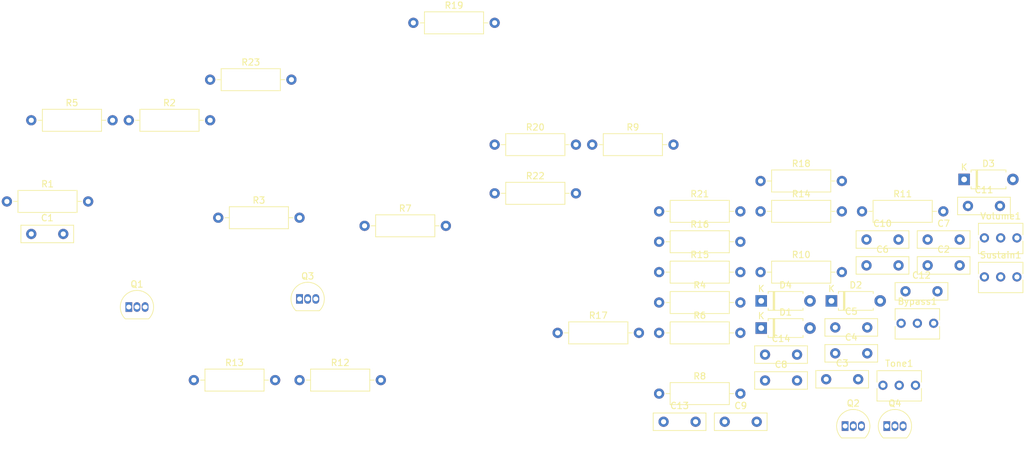
<source format=kicad_pcb>
(kicad_pcb (version 20171130) (host pcbnew "(5.1.6)-1")

  (general
    (thickness 1.6)
    (drawings 0)
    (tracks 0)
    (zones 0)
    (modules 49)
    (nets 30)
  )

  (page A4)
  (layers
    (0 F.Cu signal)
    (31 B.Cu signal)
    (32 B.Adhes user)
    (33 F.Adhes user)
    (34 B.Paste user)
    (35 F.Paste user)
    (36 B.SilkS user)
    (37 F.SilkS user)
    (38 B.Mask user)
    (39 F.Mask user)
    (40 Dwgs.User user)
    (41 Cmts.User user)
    (42 Eco1.User user)
    (43 Eco2.User user)
    (44 Edge.Cuts user)
    (45 Margin user)
    (46 B.CrtYd user)
    (47 F.CrtYd user)
    (48 B.Fab user)
    (49 F.Fab user)
  )

  (setup
    (last_trace_width 0.25)
    (trace_clearance 0.2)
    (zone_clearance 0.508)
    (zone_45_only no)
    (trace_min 0.2)
    (via_size 0.8)
    (via_drill 0.4)
    (via_min_size 0.4)
    (via_min_drill 0.3)
    (uvia_size 0.3)
    (uvia_drill 0.1)
    (uvias_allowed no)
    (uvia_min_size 0.2)
    (uvia_min_drill 0.1)
    (edge_width 0.1)
    (segment_width 0.2)
    (pcb_text_width 0.3)
    (pcb_text_size 1.5 1.5)
    (mod_edge_width 0.15)
    (mod_text_size 1 1)
    (mod_text_width 0.15)
    (pad_size 1.524 1.524)
    (pad_drill 0.762)
    (pad_to_mask_clearance 0)
    (aux_axis_origin 0 0)
    (visible_elements FFFFFF7F)
    (pcbplotparams
      (layerselection 0x010fc_ffffffff)
      (usegerberextensions false)
      (usegerberattributes true)
      (usegerberadvancedattributes true)
      (creategerberjobfile true)
      (excludeedgelayer true)
      (linewidth 0.100000)
      (plotframeref false)
      (viasonmask false)
      (mode 1)
      (useauxorigin false)
      (hpglpennumber 1)
      (hpglpenspeed 20)
      (hpglpendiameter 15.000000)
      (psnegative false)
      (psa4output false)
      (plotreference true)
      (plotvalue true)
      (plotinvisibletext false)
      (padsonsilk false)
      (subtractmaskfromsilk false)
      (outputformat 1)
      (mirror false)
      (drillshape 1)
      (scaleselection 1)
      (outputdirectory ""))
  )

  (net 0 "")
  (net 1 "Net-(Bypass1-Pad3)")
  (net 2 "Net-(Bypass1-Pad1)")
  (net 3 "Net-(C1-Pad2)")
  (net 4 "Net-(C1-Pad1)")
  (net 5 "Net-(C2-Pad1)")
  (net 6 "Net-(C3-Pad1)")
  (net 7 "Net-(C4-Pad2)")
  (net 8 "Net-(C4-Pad1)")
  (net 9 "Net-(C5-Pad2)")
  (net 10 "Net-(C5-Pad1)")
  (net 11 "Net-(C6-Pad1)")
  (net 12 "Net-(C7-Pad1)")
  (net 13 "Net-(C8-Pad2)")
  (net 14 "Net-(C8-Pad1)")
  (net 15 "Net-(C10-Pad1)")
  (net 16 GND)
  (net 17 "Net-(C11-Pad1)")
  (net 18 "Net-(C12-Pad1)")
  (net 19 "Net-(C13-Pad2)")
  (net 20 "Net-(C13-Pad1)")
  (net 21 "Net-(C14-Pad2)")
  (net 22 Out)
  (net 23 "Net-(Q1-Pad3)")
  (net 24 "Net-(Q2-Pad3)")
  (net 25 "Net-(Q3-Pad3)")
  (net 26 "Net-(Q4-Pad3)")
  (net 27 In)
  (net 28 V+)
  (net 29 "Net-(R6-Pad1)")

  (net_class Default "This is the default net class."
    (clearance 0.2)
    (trace_width 0.25)
    (via_dia 0.8)
    (via_drill 0.4)
    (uvia_dia 0.3)
    (uvia_drill 0.1)
    (add_net GND)
    (add_net In)
    (add_net "Net-(Bypass1-Pad1)")
    (add_net "Net-(Bypass1-Pad3)")
    (add_net "Net-(C1-Pad1)")
    (add_net "Net-(C1-Pad2)")
    (add_net "Net-(C10-Pad1)")
    (add_net "Net-(C11-Pad1)")
    (add_net "Net-(C12-Pad1)")
    (add_net "Net-(C13-Pad1)")
    (add_net "Net-(C13-Pad2)")
    (add_net "Net-(C14-Pad2)")
    (add_net "Net-(C2-Pad1)")
    (add_net "Net-(C3-Pad1)")
    (add_net "Net-(C4-Pad1)")
    (add_net "Net-(C4-Pad2)")
    (add_net "Net-(C5-Pad1)")
    (add_net "Net-(C5-Pad2)")
    (add_net "Net-(C6-Pad1)")
    (add_net "Net-(C7-Pad1)")
    (add_net "Net-(C8-Pad1)")
    (add_net "Net-(C8-Pad2)")
    (add_net "Net-(Q1-Pad3)")
    (add_net "Net-(Q2-Pad3)")
    (add_net "Net-(Q3-Pad3)")
    (add_net "Net-(Q4-Pad3)")
    (add_net "Net-(R6-Pad1)")
    (add_net Out)
    (add_net V+)
  )

  (module Potentiometer_THT:Potentiometer_Bourns_3266Y_Vertical (layer F.Cu) (tedit 5A3D4994) (tstamp 5EE026B1)
    (at 195.89 80.63)
    (descr "Potentiometer, vertical, Bourns 3266Y, https://www.bourns.com/docs/Product-Datasheets/3266.pdf")
    (tags "Potentiometer vertical Bourns 3266Y")
    (path /5EE69130)
    (fp_text reference Volume1 (at -2.54 -3.41) (layer F.SilkS)
      (effects (font (size 1 1) (thickness 0.15)))
    )
    (fp_text value A100k (at -2.54 3.59) (layer F.Fab)
      (effects (font (size 1 1) (thickness 0.15)))
    )
    (fp_text user %R (at -3.15 0.09) (layer F.Fab)
      (effects (font (size 0.92 0.92) (thickness 0.15)))
    )
    (fp_circle (center -0.405 1.07) (end 0.485 1.07) (layer F.Fab) (width 0.1))
    (fp_line (start -5.895 -2.16) (end -5.895 2.34) (layer F.Fab) (width 0.1))
    (fp_line (start -5.895 2.34) (end 0.815 2.34) (layer F.Fab) (width 0.1))
    (fp_line (start 0.815 2.34) (end 0.815 -2.16) (layer F.Fab) (width 0.1))
    (fp_line (start 0.815 -2.16) (end -5.895 -2.16) (layer F.Fab) (width 0.1))
    (fp_line (start -0.405 1.952) (end -0.404 0.189) (layer F.Fab) (width 0.1))
    (fp_line (start -0.405 1.952) (end -0.404 0.189) (layer F.Fab) (width 0.1))
    (fp_line (start -6.015 -2.28) (end 0.935 -2.28) (layer F.SilkS) (width 0.12))
    (fp_line (start -6.015 2.46) (end 0.935 2.46) (layer F.SilkS) (width 0.12))
    (fp_line (start -6.015 -2.28) (end -6.015 -0.494) (layer F.SilkS) (width 0.12))
    (fp_line (start -6.015 0.496) (end -6.015 2.46) (layer F.SilkS) (width 0.12))
    (fp_line (start 0.935 -2.28) (end 0.935 -0.494) (layer F.SilkS) (width 0.12))
    (fp_line (start 0.935 0.496) (end 0.935 2.46) (layer F.SilkS) (width 0.12))
    (fp_line (start -6.15 -2.45) (end -6.15 2.6) (layer F.CrtYd) (width 0.05))
    (fp_line (start -6.15 2.6) (end 1.1 2.6) (layer F.CrtYd) (width 0.05))
    (fp_line (start 1.1 2.6) (end 1.1 -2.45) (layer F.CrtYd) (width 0.05))
    (fp_line (start 1.1 -2.45) (end -6.15 -2.45) (layer F.CrtYd) (width 0.05))
    (pad 3 thru_hole circle (at -5.08 0) (size 1.44 1.44) (drill 0.8) (layers *.Cu *.Mask)
      (net 16 GND))
    (pad 2 thru_hole circle (at -2.54 0) (size 1.44 1.44) (drill 0.8) (layers *.Cu *.Mask)
      (net 21 "Net-(C14-Pad2)"))
    (pad 1 thru_hole circle (at 0 0) (size 1.44 1.44) (drill 0.8) (layers *.Cu *.Mask)
      (net 20 "Net-(C13-Pad1)"))
    (model ${KISYS3DMOD}/Potentiometer_THT.3dshapes/Potentiometer_Bourns_3266Y_Vertical.wrl
      (at (xyz 0 0 0))
      (scale (xyz 1 1 1))
      (rotate (xyz 0 0 0))
    )
  )

  (module Potentiometer_THT:Potentiometer_Bourns_3266Y_Vertical (layer F.Cu) (tedit 5A3D4994) (tstamp 5EE02698)
    (at 180.04 103.68)
    (descr "Potentiometer, vertical, Bourns 3266Y, https://www.bourns.com/docs/Product-Datasheets/3266.pdf")
    (tags "Potentiometer vertical Bourns 3266Y")
    (path /5EE16CA6)
    (fp_text reference Tone1 (at -2.54 -3.41) (layer F.SilkS)
      (effects (font (size 1 1) (thickness 0.15)))
    )
    (fp_text value B100k (at -2.54 3.59) (layer F.Fab)
      (effects (font (size 1 1) (thickness 0.15)))
    )
    (fp_text user %R (at -3.15 0.09) (layer F.Fab)
      (effects (font (size 0.92 0.92) (thickness 0.15)))
    )
    (fp_circle (center -0.405 1.07) (end 0.485 1.07) (layer F.Fab) (width 0.1))
    (fp_line (start -5.895 -2.16) (end -5.895 2.34) (layer F.Fab) (width 0.1))
    (fp_line (start -5.895 2.34) (end 0.815 2.34) (layer F.Fab) (width 0.1))
    (fp_line (start 0.815 2.34) (end 0.815 -2.16) (layer F.Fab) (width 0.1))
    (fp_line (start 0.815 -2.16) (end -5.895 -2.16) (layer F.Fab) (width 0.1))
    (fp_line (start -0.405 1.952) (end -0.404 0.189) (layer F.Fab) (width 0.1))
    (fp_line (start -0.405 1.952) (end -0.404 0.189) (layer F.Fab) (width 0.1))
    (fp_line (start -6.015 -2.28) (end 0.935 -2.28) (layer F.SilkS) (width 0.12))
    (fp_line (start -6.015 2.46) (end 0.935 2.46) (layer F.SilkS) (width 0.12))
    (fp_line (start -6.015 -2.28) (end -6.015 -0.494) (layer F.SilkS) (width 0.12))
    (fp_line (start -6.015 0.496) (end -6.015 2.46) (layer F.SilkS) (width 0.12))
    (fp_line (start 0.935 -2.28) (end 0.935 -0.494) (layer F.SilkS) (width 0.12))
    (fp_line (start 0.935 0.496) (end 0.935 2.46) (layer F.SilkS) (width 0.12))
    (fp_line (start -6.15 -2.45) (end -6.15 2.6) (layer F.CrtYd) (width 0.05))
    (fp_line (start -6.15 2.6) (end 1.1 2.6) (layer F.CrtYd) (width 0.05))
    (fp_line (start 1.1 2.6) (end 1.1 -2.45) (layer F.CrtYd) (width 0.05))
    (fp_line (start 1.1 -2.45) (end -6.15 -2.45) (layer F.CrtYd) (width 0.05))
    (pad 3 thru_hole circle (at -5.08 0) (size 1.44 1.44) (drill 0.8) (layers *.Cu *.Mask)
      (net 17 "Net-(C11-Pad1)"))
    (pad 2 thru_hole circle (at -2.54 0) (size 1.44 1.44) (drill 0.8) (layers *.Cu *.Mask)
      (net 1 "Net-(Bypass1-Pad3)"))
    (pad 1 thru_hole circle (at 0 0) (size 1.44 1.44) (drill 0.8) (layers *.Cu *.Mask)
      (net 15 "Net-(C10-Pad1)"))
    (model ${KISYS3DMOD}/Potentiometer_THT.3dshapes/Potentiometer_Bourns_3266Y_Vertical.wrl
      (at (xyz 0 0 0))
      (scale (xyz 1 1 1))
      (rotate (xyz 0 0 0))
    )
  )

  (module Potentiometer_THT:Potentiometer_Bourns_3266Y_Vertical (layer F.Cu) (tedit 5A3D4994) (tstamp 5EE0267F)
    (at 195.89 86.73)
    (descr "Potentiometer, vertical, Bourns 3266Y, https://www.bourns.com/docs/Product-Datasheets/3266.pdf")
    (tags "Potentiometer vertical Bourns 3266Y")
    (path /5EDD1F2C)
    (fp_text reference Sustain1 (at -2.54 -3.41) (layer F.SilkS)
      (effects (font (size 1 1) (thickness 0.15)))
    )
    (fp_text value A50k (at -2.54 3.59) (layer F.Fab)
      (effects (font (size 1 1) (thickness 0.15)))
    )
    (fp_text user %R (at -3.15 0.09) (layer F.Fab)
      (effects (font (size 0.92 0.92) (thickness 0.15)))
    )
    (fp_circle (center -0.405 1.07) (end 0.485 1.07) (layer F.Fab) (width 0.1))
    (fp_line (start -5.895 -2.16) (end -5.895 2.34) (layer F.Fab) (width 0.1))
    (fp_line (start -5.895 2.34) (end 0.815 2.34) (layer F.Fab) (width 0.1))
    (fp_line (start 0.815 2.34) (end 0.815 -2.16) (layer F.Fab) (width 0.1))
    (fp_line (start 0.815 -2.16) (end -5.895 -2.16) (layer F.Fab) (width 0.1))
    (fp_line (start -0.405 1.952) (end -0.404 0.189) (layer F.Fab) (width 0.1))
    (fp_line (start -0.405 1.952) (end -0.404 0.189) (layer F.Fab) (width 0.1))
    (fp_line (start -6.015 -2.28) (end 0.935 -2.28) (layer F.SilkS) (width 0.12))
    (fp_line (start -6.015 2.46) (end 0.935 2.46) (layer F.SilkS) (width 0.12))
    (fp_line (start -6.015 -2.28) (end -6.015 -0.494) (layer F.SilkS) (width 0.12))
    (fp_line (start -6.015 0.496) (end -6.015 2.46) (layer F.SilkS) (width 0.12))
    (fp_line (start 0.935 -2.28) (end 0.935 -0.494) (layer F.SilkS) (width 0.12))
    (fp_line (start 0.935 0.496) (end 0.935 2.46) (layer F.SilkS) (width 0.12))
    (fp_line (start -6.15 -2.45) (end -6.15 2.6) (layer F.CrtYd) (width 0.05))
    (fp_line (start -6.15 2.6) (end 1.1 2.6) (layer F.CrtYd) (width 0.05))
    (fp_line (start 1.1 2.6) (end 1.1 -2.45) (layer F.CrtYd) (width 0.05))
    (fp_line (start 1.1 -2.45) (end -6.15 -2.45) (layer F.CrtYd) (width 0.05))
    (pad 3 thru_hole circle (at -5.08 0) (size 1.44 1.44) (drill 0.8) (layers *.Cu *.Mask)
      (net 29 "Net-(R6-Pad1)"))
    (pad 2 thru_hole circle (at -2.54 0) (size 1.44 1.44) (drill 0.8) (layers *.Cu *.Mask)
      (net 7 "Net-(C4-Pad2)"))
    (pad 1 thru_hole circle (at 0 0) (size 1.44 1.44) (drill 0.8) (layers *.Cu *.Mask)
      (net 6 "Net-(C3-Pad1)"))
    (model ${KISYS3DMOD}/Potentiometer_THT.3dshapes/Potentiometer_Bourns_3266Y_Vertical.wrl
      (at (xyz 0 0 0))
      (scale (xyz 1 1 1))
      (rotate (xyz 0 0 0))
    )
  )

  (module Resistor_THT:R_Axial_DIN0309_L9.0mm_D3.2mm_P12.70mm_Horizontal (layer F.Cu) (tedit 5AE5139B) (tstamp 5EE02666)
    (at 69.85 55.88)
    (descr "Resistor, Axial_DIN0309 series, Axial, Horizontal, pin pitch=12.7mm, 0.5W = 1/2W, length*diameter=9*3.2mm^2, http://cdn-reichelt.de/documents/datenblatt/B400/1_4W%23YAG.pdf")
    (tags "Resistor Axial_DIN0309 series Axial Horizontal pin pitch 12.7mm 0.5W = 1/2W length 9mm diameter 3.2mm")
    (path /5EEE81E1)
    (fp_text reference R23 (at 6.35 -2.72) (layer F.SilkS)
      (effects (font (size 1 1) (thickness 0.15)))
    )
    (fp_text value 1.2M (at 6.35 2.72) (layer F.Fab)
      (effects (font (size 1 1) (thickness 0.15)))
    )
    (fp_text user %R (at 6.35 0) (layer F.Fab)
      (effects (font (size 1 1) (thickness 0.15)))
    )
    (fp_line (start 1.85 -1.6) (end 1.85 1.6) (layer F.Fab) (width 0.1))
    (fp_line (start 1.85 1.6) (end 10.85 1.6) (layer F.Fab) (width 0.1))
    (fp_line (start 10.85 1.6) (end 10.85 -1.6) (layer F.Fab) (width 0.1))
    (fp_line (start 10.85 -1.6) (end 1.85 -1.6) (layer F.Fab) (width 0.1))
    (fp_line (start 0 0) (end 1.85 0) (layer F.Fab) (width 0.1))
    (fp_line (start 12.7 0) (end 10.85 0) (layer F.Fab) (width 0.1))
    (fp_line (start 1.73 -1.72) (end 1.73 1.72) (layer F.SilkS) (width 0.12))
    (fp_line (start 1.73 1.72) (end 10.97 1.72) (layer F.SilkS) (width 0.12))
    (fp_line (start 10.97 1.72) (end 10.97 -1.72) (layer F.SilkS) (width 0.12))
    (fp_line (start 10.97 -1.72) (end 1.73 -1.72) (layer F.SilkS) (width 0.12))
    (fp_line (start 1.04 0) (end 1.73 0) (layer F.SilkS) (width 0.12))
    (fp_line (start 11.66 0) (end 10.97 0) (layer F.SilkS) (width 0.12))
    (fp_line (start -1.05 -1.85) (end -1.05 1.85) (layer F.CrtYd) (width 0.05))
    (fp_line (start -1.05 1.85) (end 13.75 1.85) (layer F.CrtYd) (width 0.05))
    (fp_line (start 13.75 1.85) (end 13.75 -1.85) (layer F.CrtYd) (width 0.05))
    (fp_line (start 13.75 -1.85) (end -1.05 -1.85) (layer F.CrtYd) (width 0.05))
    (pad 2 thru_hole oval (at 12.7 0) (size 1.6 1.6) (drill 0.8) (layers *.Cu *.Mask)
      (net 16 GND))
    (pad 1 thru_hole circle (at 0 0) (size 1.6 1.6) (drill 0.8) (layers *.Cu *.Mask)
      (net 27 In))
    (model ${KISYS3DMOD}/Resistor_THT.3dshapes/R_Axial_DIN0309_L9.0mm_D3.2mm_P12.70mm_Horizontal.wrl
      (at (xyz 0 0 0))
      (scale (xyz 1 1 1))
      (rotate (xyz 0 0 0))
    )
  )

  (module Resistor_THT:R_Axial_DIN0309_L9.0mm_D3.2mm_P12.70mm_Horizontal (layer F.Cu) (tedit 5AE5139B) (tstamp 5EE0264F)
    (at 114.3 73.66)
    (descr "Resistor, Axial_DIN0309 series, Axial, Horizontal, pin pitch=12.7mm, 0.5W = 1/2W, length*diameter=9*3.2mm^2, http://cdn-reichelt.de/documents/datenblatt/B400/1_4W%23YAG.pdf")
    (tags "Resistor Axial_DIN0309 series Axial Horizontal pin pitch 12.7mm 0.5W = 1/2W length 9mm diameter 3.2mm")
    (path /5EE4C9DB)
    (fp_text reference R22 (at 6.35 -2.72) (layer F.SilkS)
      (effects (font (size 1 1) (thickness 0.15)))
    )
    (fp_text value 10k (at 6.35 2.72) (layer F.Fab)
      (effects (font (size 1 1) (thickness 0.15)))
    )
    (fp_text user %R (at 6.35 0) (layer F.Fab)
      (effects (font (size 1 1) (thickness 0.15)))
    )
    (fp_line (start 1.85 -1.6) (end 1.85 1.6) (layer F.Fab) (width 0.1))
    (fp_line (start 1.85 1.6) (end 10.85 1.6) (layer F.Fab) (width 0.1))
    (fp_line (start 10.85 1.6) (end 10.85 -1.6) (layer F.Fab) (width 0.1))
    (fp_line (start 10.85 -1.6) (end 1.85 -1.6) (layer F.Fab) (width 0.1))
    (fp_line (start 0 0) (end 1.85 0) (layer F.Fab) (width 0.1))
    (fp_line (start 12.7 0) (end 10.85 0) (layer F.Fab) (width 0.1))
    (fp_line (start 1.73 -1.72) (end 1.73 1.72) (layer F.SilkS) (width 0.12))
    (fp_line (start 1.73 1.72) (end 10.97 1.72) (layer F.SilkS) (width 0.12))
    (fp_line (start 10.97 1.72) (end 10.97 -1.72) (layer F.SilkS) (width 0.12))
    (fp_line (start 10.97 -1.72) (end 1.73 -1.72) (layer F.SilkS) (width 0.12))
    (fp_line (start 1.04 0) (end 1.73 0) (layer F.SilkS) (width 0.12))
    (fp_line (start 11.66 0) (end 10.97 0) (layer F.SilkS) (width 0.12))
    (fp_line (start -1.05 -1.85) (end -1.05 1.85) (layer F.CrtYd) (width 0.05))
    (fp_line (start -1.05 1.85) (end 13.75 1.85) (layer F.CrtYd) (width 0.05))
    (fp_line (start 13.75 1.85) (end 13.75 -1.85) (layer F.CrtYd) (width 0.05))
    (fp_line (start 13.75 -1.85) (end -1.05 -1.85) (layer F.CrtYd) (width 0.05))
    (pad 2 thru_hole oval (at 12.7 0) (size 1.6 1.6) (drill 0.8) (layers *.Cu *.Mask)
      (net 19 "Net-(C13-Pad2)"))
    (pad 1 thru_hole circle (at 0 0) (size 1.6 1.6) (drill 0.8) (layers *.Cu *.Mask)
      (net 28 V+))
    (model ${KISYS3DMOD}/Resistor_THT.3dshapes/R_Axial_DIN0309_L9.0mm_D3.2mm_P12.70mm_Horizontal.wrl
      (at (xyz 0 0 0))
      (scale (xyz 1 1 1))
      (rotate (xyz 0 0 0))
    )
  )

  (module Resistor_THT:R_Axial_DIN0309_L9.0mm_D3.2mm_P12.70mm_Horizontal (layer F.Cu) (tedit 5AE5139B) (tstamp 5EE02638)
    (at 139.99 76.48)
    (descr "Resistor, Axial_DIN0309 series, Axial, Horizontal, pin pitch=12.7mm, 0.5W = 1/2W, length*diameter=9*3.2mm^2, http://cdn-reichelt.de/documents/datenblatt/B400/1_4W%23YAG.pdf")
    (tags "Resistor Axial_DIN0309 series Axial Horizontal pin pitch 12.7mm 0.5W = 1/2W length 9mm diameter 3.2mm")
    (path /5EE6E046)
    (fp_text reference R21 (at 6.35 -2.72) (layer F.SilkS)
      (effects (font (size 1 1) (thickness 0.15)))
    )
    (fp_text value 2.2K (at 6.35 2.72) (layer F.Fab)
      (effects (font (size 1 1) (thickness 0.15)))
    )
    (fp_text user %R (at 6.35 0) (layer F.Fab)
      (effects (font (size 1 1) (thickness 0.15)))
    )
    (fp_line (start 1.85 -1.6) (end 1.85 1.6) (layer F.Fab) (width 0.1))
    (fp_line (start 1.85 1.6) (end 10.85 1.6) (layer F.Fab) (width 0.1))
    (fp_line (start 10.85 1.6) (end 10.85 -1.6) (layer F.Fab) (width 0.1))
    (fp_line (start 10.85 -1.6) (end 1.85 -1.6) (layer F.Fab) (width 0.1))
    (fp_line (start 0 0) (end 1.85 0) (layer F.Fab) (width 0.1))
    (fp_line (start 12.7 0) (end 10.85 0) (layer F.Fab) (width 0.1))
    (fp_line (start 1.73 -1.72) (end 1.73 1.72) (layer F.SilkS) (width 0.12))
    (fp_line (start 1.73 1.72) (end 10.97 1.72) (layer F.SilkS) (width 0.12))
    (fp_line (start 10.97 1.72) (end 10.97 -1.72) (layer F.SilkS) (width 0.12))
    (fp_line (start 10.97 -1.72) (end 1.73 -1.72) (layer F.SilkS) (width 0.12))
    (fp_line (start 1.04 0) (end 1.73 0) (layer F.SilkS) (width 0.12))
    (fp_line (start 11.66 0) (end 10.97 0) (layer F.SilkS) (width 0.12))
    (fp_line (start -1.05 -1.85) (end -1.05 1.85) (layer F.CrtYd) (width 0.05))
    (fp_line (start -1.05 1.85) (end 13.75 1.85) (layer F.CrtYd) (width 0.05))
    (fp_line (start 13.75 1.85) (end 13.75 -1.85) (layer F.CrtYd) (width 0.05))
    (fp_line (start 13.75 -1.85) (end -1.05 -1.85) (layer F.CrtYd) (width 0.05))
    (pad 2 thru_hole oval (at 12.7 0) (size 1.6 1.6) (drill 0.8) (layers *.Cu *.Mask)
      (net 16 GND))
    (pad 1 thru_hole circle (at 0 0) (size 1.6 1.6) (drill 0.8) (layers *.Cu *.Mask)
      (net 26 "Net-(Q4-Pad3)"))
    (model ${KISYS3DMOD}/Resistor_THT.3dshapes/R_Axial_DIN0309_L9.0mm_D3.2mm_P12.70mm_Horizontal.wrl
      (at (xyz 0 0 0))
      (scale (xyz 1 1 1))
      (rotate (xyz 0 0 0))
    )
  )

  (module Resistor_THT:R_Axial_DIN0309_L9.0mm_D3.2mm_P12.70mm_Horizontal (layer F.Cu) (tedit 5AE5139B) (tstamp 5EE02621)
    (at 114.3 66.04)
    (descr "Resistor, Axial_DIN0309 series, Axial, Horizontal, pin pitch=12.7mm, 0.5W = 1/2W, length*diameter=9*3.2mm^2, http://cdn-reichelt.de/documents/datenblatt/B400/1_4W%23YAG.pdf")
    (tags "Resistor Axial_DIN0309 series Axial Horizontal pin pitch 12.7mm 0.5W = 1/2W length 9mm diameter 3.2mm")
    (path /5EE49671)
    (fp_text reference R20 (at 6.35 -2.72) (layer F.SilkS)
      (effects (font (size 1 1) (thickness 0.15)))
    )
    (fp_text value 100k (at 6.35 2.72) (layer F.Fab)
      (effects (font (size 1 1) (thickness 0.15)))
    )
    (fp_text user %R (at 6.35 0) (layer F.Fab)
      (effects (font (size 1 1) (thickness 0.15)))
    )
    (fp_line (start 1.85 -1.6) (end 1.85 1.6) (layer F.Fab) (width 0.1))
    (fp_line (start 1.85 1.6) (end 10.85 1.6) (layer F.Fab) (width 0.1))
    (fp_line (start 10.85 1.6) (end 10.85 -1.6) (layer F.Fab) (width 0.1))
    (fp_line (start 10.85 -1.6) (end 1.85 -1.6) (layer F.Fab) (width 0.1))
    (fp_line (start 0 0) (end 1.85 0) (layer F.Fab) (width 0.1))
    (fp_line (start 12.7 0) (end 10.85 0) (layer F.Fab) (width 0.1))
    (fp_line (start 1.73 -1.72) (end 1.73 1.72) (layer F.SilkS) (width 0.12))
    (fp_line (start 1.73 1.72) (end 10.97 1.72) (layer F.SilkS) (width 0.12))
    (fp_line (start 10.97 1.72) (end 10.97 -1.72) (layer F.SilkS) (width 0.12))
    (fp_line (start 10.97 -1.72) (end 1.73 -1.72) (layer F.SilkS) (width 0.12))
    (fp_line (start 1.04 0) (end 1.73 0) (layer F.SilkS) (width 0.12))
    (fp_line (start 11.66 0) (end 10.97 0) (layer F.SilkS) (width 0.12))
    (fp_line (start -1.05 -1.85) (end -1.05 1.85) (layer F.CrtYd) (width 0.05))
    (fp_line (start -1.05 1.85) (end 13.75 1.85) (layer F.CrtYd) (width 0.05))
    (fp_line (start 13.75 1.85) (end 13.75 -1.85) (layer F.CrtYd) (width 0.05))
    (fp_line (start 13.75 -1.85) (end -1.05 -1.85) (layer F.CrtYd) (width 0.05))
    (pad 2 thru_hole oval (at 12.7 0) (size 1.6 1.6) (drill 0.8) (layers *.Cu *.Mask)
      (net 16 GND))
    (pad 1 thru_hole circle (at 0 0) (size 1.6 1.6) (drill 0.8) (layers *.Cu *.Mask)
      (net 18 "Net-(C12-Pad1)"))
    (model ${KISYS3DMOD}/Resistor_THT.3dshapes/R_Axial_DIN0309_L9.0mm_D3.2mm_P12.70mm_Horizontal.wrl
      (at (xyz 0 0 0))
      (scale (xyz 1 1 1))
      (rotate (xyz 0 0 0))
    )
  )

  (module Resistor_THT:R_Axial_DIN0309_L9.0mm_D3.2mm_P12.70mm_Horizontal (layer F.Cu) (tedit 5AE5139B) (tstamp 5EE0260A)
    (at 101.6 46.99)
    (descr "Resistor, Axial_DIN0309 series, Axial, Horizontal, pin pitch=12.7mm, 0.5W = 1/2W, length*diameter=9*3.2mm^2, http://cdn-reichelt.de/documents/datenblatt/B400/1_4W%23YAG.pdf")
    (tags "Resistor Axial_DIN0309 series Axial Horizontal pin pitch 12.7mm 0.5W = 1/2W length 9mm diameter 3.2mm")
    (path /5EE4A03B)
    (fp_text reference R19 (at 6.35 -2.72) (layer F.SilkS)
      (effects (font (size 1 1) (thickness 0.15)))
    )
    (fp_text value 470k (at 6.35 2.72) (layer F.Fab)
      (effects (font (size 1 1) (thickness 0.15)))
    )
    (fp_text user %R (at 6.35 0) (layer F.Fab)
      (effects (font (size 1 1) (thickness 0.15)))
    )
    (fp_line (start 1.85 -1.6) (end 1.85 1.6) (layer F.Fab) (width 0.1))
    (fp_line (start 1.85 1.6) (end 10.85 1.6) (layer F.Fab) (width 0.1))
    (fp_line (start 10.85 1.6) (end 10.85 -1.6) (layer F.Fab) (width 0.1))
    (fp_line (start 10.85 -1.6) (end 1.85 -1.6) (layer F.Fab) (width 0.1))
    (fp_line (start 0 0) (end 1.85 0) (layer F.Fab) (width 0.1))
    (fp_line (start 12.7 0) (end 10.85 0) (layer F.Fab) (width 0.1))
    (fp_line (start 1.73 -1.72) (end 1.73 1.72) (layer F.SilkS) (width 0.12))
    (fp_line (start 1.73 1.72) (end 10.97 1.72) (layer F.SilkS) (width 0.12))
    (fp_line (start 10.97 1.72) (end 10.97 -1.72) (layer F.SilkS) (width 0.12))
    (fp_line (start 10.97 -1.72) (end 1.73 -1.72) (layer F.SilkS) (width 0.12))
    (fp_line (start 1.04 0) (end 1.73 0) (layer F.SilkS) (width 0.12))
    (fp_line (start 11.66 0) (end 10.97 0) (layer F.SilkS) (width 0.12))
    (fp_line (start -1.05 -1.85) (end -1.05 1.85) (layer F.CrtYd) (width 0.05))
    (fp_line (start -1.05 1.85) (end 13.75 1.85) (layer F.CrtYd) (width 0.05))
    (fp_line (start 13.75 1.85) (end 13.75 -1.85) (layer F.CrtYd) (width 0.05))
    (fp_line (start 13.75 -1.85) (end -1.05 -1.85) (layer F.CrtYd) (width 0.05))
    (pad 2 thru_hole oval (at 12.7 0) (size 1.6 1.6) (drill 0.8) (layers *.Cu *.Mask)
      (net 18 "Net-(C12-Pad1)"))
    (pad 1 thru_hole circle (at 0 0) (size 1.6 1.6) (drill 0.8) (layers *.Cu *.Mask)
      (net 19 "Net-(C13-Pad2)"))
    (model ${KISYS3DMOD}/Resistor_THT.3dshapes/R_Axial_DIN0309_L9.0mm_D3.2mm_P12.70mm_Horizontal.wrl
      (at (xyz 0 0 0))
      (scale (xyz 1 1 1))
      (rotate (xyz 0 0 0))
    )
  )

  (module Resistor_THT:R_Axial_DIN0309_L9.0mm_D3.2mm_P12.70mm_Horizontal (layer F.Cu) (tedit 5AE5139B) (tstamp 5EE025F3)
    (at 155.84 71.73)
    (descr "Resistor, Axial_DIN0309 series, Axial, Horizontal, pin pitch=12.7mm, 0.5W = 1/2W, length*diameter=9*3.2mm^2, http://cdn-reichelt.de/documents/datenblatt/B400/1_4W%23YAG.pdf")
    (tags "Resistor Axial_DIN0309 series Axial Horizontal pin pitch 12.7mm 0.5W = 1/2W length 9mm diameter 3.2mm")
    (path /5EE09566)
    (fp_text reference R18 (at 6.35 -2.72) (layer F.SilkS)
      (effects (font (size 1 1) (thickness 0.15)))
    )
    (fp_text value 22k (at 6.35 2.72) (layer F.Fab)
      (effects (font (size 1 1) (thickness 0.15)))
    )
    (fp_text user %R (at 6.35 0) (layer F.Fab)
      (effects (font (size 1 1) (thickness 0.15)))
    )
    (fp_line (start 1.85 -1.6) (end 1.85 1.6) (layer F.Fab) (width 0.1))
    (fp_line (start 1.85 1.6) (end 10.85 1.6) (layer F.Fab) (width 0.1))
    (fp_line (start 10.85 1.6) (end 10.85 -1.6) (layer F.Fab) (width 0.1))
    (fp_line (start 10.85 -1.6) (end 1.85 -1.6) (layer F.Fab) (width 0.1))
    (fp_line (start 0 0) (end 1.85 0) (layer F.Fab) (width 0.1))
    (fp_line (start 12.7 0) (end 10.85 0) (layer F.Fab) (width 0.1))
    (fp_line (start 1.73 -1.72) (end 1.73 1.72) (layer F.SilkS) (width 0.12))
    (fp_line (start 1.73 1.72) (end 10.97 1.72) (layer F.SilkS) (width 0.12))
    (fp_line (start 10.97 1.72) (end 10.97 -1.72) (layer F.SilkS) (width 0.12))
    (fp_line (start 10.97 -1.72) (end 1.73 -1.72) (layer F.SilkS) (width 0.12))
    (fp_line (start 1.04 0) (end 1.73 0) (layer F.SilkS) (width 0.12))
    (fp_line (start 11.66 0) (end 10.97 0) (layer F.SilkS) (width 0.12))
    (fp_line (start -1.05 -1.85) (end -1.05 1.85) (layer F.CrtYd) (width 0.05))
    (fp_line (start -1.05 1.85) (end 13.75 1.85) (layer F.CrtYd) (width 0.05))
    (fp_line (start 13.75 1.85) (end 13.75 -1.85) (layer F.CrtYd) (width 0.05))
    (fp_line (start 13.75 -1.85) (end -1.05 -1.85) (layer F.CrtYd) (width 0.05))
    (pad 2 thru_hole oval (at 12.7 0) (size 1.6 1.6) (drill 0.8) (layers *.Cu *.Mask)
      (net 15 "Net-(C10-Pad1)"))
    (pad 1 thru_hole circle (at 0 0) (size 1.6 1.6) (drill 0.8) (layers *.Cu *.Mask)
      (net 16 GND))
    (model ${KISYS3DMOD}/Resistor_THT.3dshapes/R_Axial_DIN0309_L9.0mm_D3.2mm_P12.70mm_Horizontal.wrl
      (at (xyz 0 0 0))
      (scale (xyz 1 1 1))
      (rotate (xyz 0 0 0))
    )
  )

  (module Resistor_THT:R_Axial_DIN0309_L9.0mm_D3.2mm_P12.70mm_Horizontal (layer F.Cu) (tedit 5AE5139B) (tstamp 5EE025DC)
    (at 124.14 95.48)
    (descr "Resistor, Axial_DIN0309 series, Axial, Horizontal, pin pitch=12.7mm, 0.5W = 1/2W, length*diameter=9*3.2mm^2, http://cdn-reichelt.de/documents/datenblatt/B400/1_4W%23YAG.pdf")
    (tags "Resistor Axial_DIN0309 series Axial Horizontal pin pitch 12.7mm 0.5W = 1/2W length 9mm diameter 3.2mm")
    (path /5EE0A25F)
    (fp_text reference R17 (at 6.35 -2.72) (layer F.SilkS)
      (effects (font (size 1 1) (thickness 0.15)))
    )
    (fp_text value 39k (at 6.35 2.72) (layer F.Fab)
      (effects (font (size 1 1) (thickness 0.15)))
    )
    (fp_text user %R (at 6.35 0) (layer F.Fab)
      (effects (font (size 1 1) (thickness 0.15)))
    )
    (fp_line (start 1.85 -1.6) (end 1.85 1.6) (layer F.Fab) (width 0.1))
    (fp_line (start 1.85 1.6) (end 10.85 1.6) (layer F.Fab) (width 0.1))
    (fp_line (start 10.85 1.6) (end 10.85 -1.6) (layer F.Fab) (width 0.1))
    (fp_line (start 10.85 -1.6) (end 1.85 -1.6) (layer F.Fab) (width 0.1))
    (fp_line (start 0 0) (end 1.85 0) (layer F.Fab) (width 0.1))
    (fp_line (start 12.7 0) (end 10.85 0) (layer F.Fab) (width 0.1))
    (fp_line (start 1.73 -1.72) (end 1.73 1.72) (layer F.SilkS) (width 0.12))
    (fp_line (start 1.73 1.72) (end 10.97 1.72) (layer F.SilkS) (width 0.12))
    (fp_line (start 10.97 1.72) (end 10.97 -1.72) (layer F.SilkS) (width 0.12))
    (fp_line (start 10.97 -1.72) (end 1.73 -1.72) (layer F.SilkS) (width 0.12))
    (fp_line (start 1.04 0) (end 1.73 0) (layer F.SilkS) (width 0.12))
    (fp_line (start 11.66 0) (end 10.97 0) (layer F.SilkS) (width 0.12))
    (fp_line (start -1.05 -1.85) (end -1.05 1.85) (layer F.CrtYd) (width 0.05))
    (fp_line (start -1.05 1.85) (end 13.75 1.85) (layer F.CrtYd) (width 0.05))
    (fp_line (start 13.75 1.85) (end 13.75 -1.85) (layer F.CrtYd) (width 0.05))
    (fp_line (start 13.75 -1.85) (end -1.05 -1.85) (layer F.CrtYd) (width 0.05))
    (pad 2 thru_hole oval (at 12.7 0) (size 1.6 1.6) (drill 0.8) (layers *.Cu *.Mask)
      (net 2 "Net-(Bypass1-Pad1)"))
    (pad 1 thru_hole circle (at 0 0) (size 1.6 1.6) (drill 0.8) (layers *.Cu *.Mask)
      (net 17 "Net-(C11-Pad1)"))
    (model ${KISYS3DMOD}/Resistor_THT.3dshapes/R_Axial_DIN0309_L9.0mm_D3.2mm_P12.70mm_Horizontal.wrl
      (at (xyz 0 0 0))
      (scale (xyz 1 1 1))
      (rotate (xyz 0 0 0))
    )
  )

  (module Resistor_THT:R_Axial_DIN0309_L9.0mm_D3.2mm_P12.70mm_Horizontal (layer F.Cu) (tedit 5AE5139B) (tstamp 5EE025C5)
    (at 139.99 81.23)
    (descr "Resistor, Axial_DIN0309 series, Axial, Horizontal, pin pitch=12.7mm, 0.5W = 1/2W, length*diameter=9*3.2mm^2, http://cdn-reichelt.de/documents/datenblatt/B400/1_4W%23YAG.pdf")
    (tags "Resistor Axial_DIN0309 series Axial Horizontal pin pitch 12.7mm 0.5W = 1/2W length 9mm diameter 3.2mm")
    (path /5EDFECC2)
    (fp_text reference R16 (at 6.35 -2.72) (layer F.SilkS)
      (effects (font (size 1 1) (thickness 0.15)))
    )
    (fp_text value 10k (at 6.35 2.72) (layer F.Fab)
      (effects (font (size 1 1) (thickness 0.15)))
    )
    (fp_text user %R (at 6.35 0) (layer F.Fab)
      (effects (font (size 1 1) (thickness 0.15)))
    )
    (fp_line (start 1.85 -1.6) (end 1.85 1.6) (layer F.Fab) (width 0.1))
    (fp_line (start 1.85 1.6) (end 10.85 1.6) (layer F.Fab) (width 0.1))
    (fp_line (start 10.85 1.6) (end 10.85 -1.6) (layer F.Fab) (width 0.1))
    (fp_line (start 10.85 -1.6) (end 1.85 -1.6) (layer F.Fab) (width 0.1))
    (fp_line (start 0 0) (end 1.85 0) (layer F.Fab) (width 0.1))
    (fp_line (start 12.7 0) (end 10.85 0) (layer F.Fab) (width 0.1))
    (fp_line (start 1.73 -1.72) (end 1.73 1.72) (layer F.SilkS) (width 0.12))
    (fp_line (start 1.73 1.72) (end 10.97 1.72) (layer F.SilkS) (width 0.12))
    (fp_line (start 10.97 1.72) (end 10.97 -1.72) (layer F.SilkS) (width 0.12))
    (fp_line (start 10.97 -1.72) (end 1.73 -1.72) (layer F.SilkS) (width 0.12))
    (fp_line (start 1.04 0) (end 1.73 0) (layer F.SilkS) (width 0.12))
    (fp_line (start 11.66 0) (end 10.97 0) (layer F.SilkS) (width 0.12))
    (fp_line (start -1.05 -1.85) (end -1.05 1.85) (layer F.CrtYd) (width 0.05))
    (fp_line (start -1.05 1.85) (end 13.75 1.85) (layer F.CrtYd) (width 0.05))
    (fp_line (start 13.75 1.85) (end 13.75 -1.85) (layer F.CrtYd) (width 0.05))
    (fp_line (start 13.75 -1.85) (end -1.05 -1.85) (layer F.CrtYd) (width 0.05))
    (pad 2 thru_hole oval (at 12.7 0) (size 1.6 1.6) (drill 0.8) (layers *.Cu *.Mask)
      (net 2 "Net-(Bypass1-Pad1)"))
    (pad 1 thru_hole circle (at 0 0) (size 1.6 1.6) (drill 0.8) (layers *.Cu *.Mask)
      (net 28 V+))
    (model ${KISYS3DMOD}/Resistor_THT.3dshapes/R_Axial_DIN0309_L9.0mm_D3.2mm_P12.70mm_Horizontal.wrl
      (at (xyz 0 0 0))
      (scale (xyz 1 1 1))
      (rotate (xyz 0 0 0))
    )
  )

  (module Resistor_THT:R_Axial_DIN0309_L9.0mm_D3.2mm_P12.70mm_Horizontal (layer F.Cu) (tedit 5AE5139B) (tstamp 5EE025AE)
    (at 139.99 85.98)
    (descr "Resistor, Axial_DIN0309 series, Axial, Horizontal, pin pitch=12.7mm, 0.5W = 1/2W, length*diameter=9*3.2mm^2, http://cdn-reichelt.de/documents/datenblatt/B400/1_4W%23YAG.pdf")
    (tags "Resistor Axial_DIN0309 series Axial Horizontal pin pitch 12.7mm 0.5W = 1/2W length 9mm diameter 3.2mm")
    (path /5EDF93C7)
    (fp_text reference R15 (at 6.35 -2.72) (layer F.SilkS)
      (effects (font (size 1 1) (thickness 0.15)))
    )
    (fp_text value 390 (at 6.35 2.72) (layer F.Fab)
      (effects (font (size 1 1) (thickness 0.15)))
    )
    (fp_text user %R (at 6.35 0) (layer F.Fab)
      (effects (font (size 1 1) (thickness 0.15)))
    )
    (fp_line (start 1.85 -1.6) (end 1.85 1.6) (layer F.Fab) (width 0.1))
    (fp_line (start 1.85 1.6) (end 10.85 1.6) (layer F.Fab) (width 0.1))
    (fp_line (start 10.85 1.6) (end 10.85 -1.6) (layer F.Fab) (width 0.1))
    (fp_line (start 10.85 -1.6) (end 1.85 -1.6) (layer F.Fab) (width 0.1))
    (fp_line (start 0 0) (end 1.85 0) (layer F.Fab) (width 0.1))
    (fp_line (start 12.7 0) (end 10.85 0) (layer F.Fab) (width 0.1))
    (fp_line (start 1.73 -1.72) (end 1.73 1.72) (layer F.SilkS) (width 0.12))
    (fp_line (start 1.73 1.72) (end 10.97 1.72) (layer F.SilkS) (width 0.12))
    (fp_line (start 10.97 1.72) (end 10.97 -1.72) (layer F.SilkS) (width 0.12))
    (fp_line (start 10.97 -1.72) (end 1.73 -1.72) (layer F.SilkS) (width 0.12))
    (fp_line (start 1.04 0) (end 1.73 0) (layer F.SilkS) (width 0.12))
    (fp_line (start 11.66 0) (end 10.97 0) (layer F.SilkS) (width 0.12))
    (fp_line (start -1.05 -1.85) (end -1.05 1.85) (layer F.CrtYd) (width 0.05))
    (fp_line (start -1.05 1.85) (end 13.75 1.85) (layer F.CrtYd) (width 0.05))
    (fp_line (start 13.75 1.85) (end 13.75 -1.85) (layer F.CrtYd) (width 0.05))
    (fp_line (start 13.75 -1.85) (end -1.05 -1.85) (layer F.CrtYd) (width 0.05))
    (pad 2 thru_hole oval (at 12.7 0) (size 1.6 1.6) (drill 0.8) (layers *.Cu *.Mask)
      (net 16 GND))
    (pad 1 thru_hole circle (at 0 0) (size 1.6 1.6) (drill 0.8) (layers *.Cu *.Mask)
      (net 25 "Net-(Q3-Pad3)"))
    (model ${KISYS3DMOD}/Resistor_THT.3dshapes/R_Axial_DIN0309_L9.0mm_D3.2mm_P12.70mm_Horizontal.wrl
      (at (xyz 0 0 0))
      (scale (xyz 1 1 1))
      (rotate (xyz 0 0 0))
    )
  )

  (module Resistor_THT:R_Axial_DIN0309_L9.0mm_D3.2mm_P12.70mm_Horizontal (layer F.Cu) (tedit 5AE5139B) (tstamp 5EE02597)
    (at 155.84 76.48)
    (descr "Resistor, Axial_DIN0309 series, Axial, Horizontal, pin pitch=12.7mm, 0.5W = 1/2W, length*diameter=9*3.2mm^2, http://cdn-reichelt.de/documents/datenblatt/B400/1_4W%23YAG.pdf")
    (tags "Resistor Axial_DIN0309 series Axial Horizontal pin pitch 12.7mm 0.5W = 1/2W length 9mm diameter 3.2mm")
    (path /5EDF938D)
    (fp_text reference R14 (at 6.35 -2.72) (layer F.SilkS)
      (effects (font (size 1 1) (thickness 0.15)))
    )
    (fp_text value 100k (at 6.35 2.72) (layer F.Fab)
      (effects (font (size 1 1) (thickness 0.15)))
    )
    (fp_text user %R (at 6.35 0) (layer F.Fab)
      (effects (font (size 1 1) (thickness 0.15)))
    )
    (fp_line (start 1.85 -1.6) (end 1.85 1.6) (layer F.Fab) (width 0.1))
    (fp_line (start 1.85 1.6) (end 10.85 1.6) (layer F.Fab) (width 0.1))
    (fp_line (start 10.85 1.6) (end 10.85 -1.6) (layer F.Fab) (width 0.1))
    (fp_line (start 10.85 -1.6) (end 1.85 -1.6) (layer F.Fab) (width 0.1))
    (fp_line (start 0 0) (end 1.85 0) (layer F.Fab) (width 0.1))
    (fp_line (start 12.7 0) (end 10.85 0) (layer F.Fab) (width 0.1))
    (fp_line (start 1.73 -1.72) (end 1.73 1.72) (layer F.SilkS) (width 0.12))
    (fp_line (start 1.73 1.72) (end 10.97 1.72) (layer F.SilkS) (width 0.12))
    (fp_line (start 10.97 1.72) (end 10.97 -1.72) (layer F.SilkS) (width 0.12))
    (fp_line (start 10.97 -1.72) (end 1.73 -1.72) (layer F.SilkS) (width 0.12))
    (fp_line (start 1.04 0) (end 1.73 0) (layer F.SilkS) (width 0.12))
    (fp_line (start 11.66 0) (end 10.97 0) (layer F.SilkS) (width 0.12))
    (fp_line (start -1.05 -1.85) (end -1.05 1.85) (layer F.CrtYd) (width 0.05))
    (fp_line (start -1.05 1.85) (end 13.75 1.85) (layer F.CrtYd) (width 0.05))
    (fp_line (start 13.75 1.85) (end 13.75 -1.85) (layer F.CrtYd) (width 0.05))
    (fp_line (start 13.75 -1.85) (end -1.05 -1.85) (layer F.CrtYd) (width 0.05))
    (pad 2 thru_hole oval (at 12.7 0) (size 1.6 1.6) (drill 0.8) (layers *.Cu *.Mask)
      (net 16 GND))
    (pad 1 thru_hole circle (at 0 0) (size 1.6 1.6) (drill 0.8) (layers *.Cu *.Mask)
      (net 13 "Net-(C8-Pad2)"))
    (model ${KISYS3DMOD}/Resistor_THT.3dshapes/R_Axial_DIN0309_L9.0mm_D3.2mm_P12.70mm_Horizontal.wrl
      (at (xyz 0 0 0))
      (scale (xyz 1 1 1))
      (rotate (xyz 0 0 0))
    )
  )

  (module Resistor_THT:R_Axial_DIN0309_L9.0mm_D3.2mm_P12.70mm_Horizontal (layer F.Cu) (tedit 5AE5139B) (tstamp 5EE02580)
    (at 67.31 102.87)
    (descr "Resistor, Axial_DIN0309 series, Axial, Horizontal, pin pitch=12.7mm, 0.5W = 1/2W, length*diameter=9*3.2mm^2, http://cdn-reichelt.de/documents/datenblatt/B400/1_4W%23YAG.pdf")
    (tags "Resistor Axial_DIN0309 series Axial Horizontal pin pitch 12.7mm 0.5W = 1/2W length 9mm diameter 3.2mm")
    (path /5EDF9399)
    (fp_text reference R13 (at 6.35 -2.72) (layer F.SilkS)
      (effects (font (size 1 1) (thickness 0.15)))
    )
    (fp_text value 470K (at 6.35 2.72) (layer F.Fab)
      (effects (font (size 1 1) (thickness 0.15)))
    )
    (fp_text user %R (at 6.35 0) (layer F.Fab)
      (effects (font (size 1 1) (thickness 0.15)))
    )
    (fp_line (start 1.85 -1.6) (end 1.85 1.6) (layer F.Fab) (width 0.1))
    (fp_line (start 1.85 1.6) (end 10.85 1.6) (layer F.Fab) (width 0.1))
    (fp_line (start 10.85 1.6) (end 10.85 -1.6) (layer F.Fab) (width 0.1))
    (fp_line (start 10.85 -1.6) (end 1.85 -1.6) (layer F.Fab) (width 0.1))
    (fp_line (start 0 0) (end 1.85 0) (layer F.Fab) (width 0.1))
    (fp_line (start 12.7 0) (end 10.85 0) (layer F.Fab) (width 0.1))
    (fp_line (start 1.73 -1.72) (end 1.73 1.72) (layer F.SilkS) (width 0.12))
    (fp_line (start 1.73 1.72) (end 10.97 1.72) (layer F.SilkS) (width 0.12))
    (fp_line (start 10.97 1.72) (end 10.97 -1.72) (layer F.SilkS) (width 0.12))
    (fp_line (start 10.97 -1.72) (end 1.73 -1.72) (layer F.SilkS) (width 0.12))
    (fp_line (start 1.04 0) (end 1.73 0) (layer F.SilkS) (width 0.12))
    (fp_line (start 11.66 0) (end 10.97 0) (layer F.SilkS) (width 0.12))
    (fp_line (start -1.05 -1.85) (end -1.05 1.85) (layer F.CrtYd) (width 0.05))
    (fp_line (start -1.05 1.85) (end 13.75 1.85) (layer F.CrtYd) (width 0.05))
    (fp_line (start 13.75 1.85) (end 13.75 -1.85) (layer F.CrtYd) (width 0.05))
    (fp_line (start 13.75 -1.85) (end -1.05 -1.85) (layer F.CrtYd) (width 0.05))
    (pad 2 thru_hole oval (at 12.7 0) (size 1.6 1.6) (drill 0.8) (layers *.Cu *.Mask)
      (net 13 "Net-(C8-Pad2)"))
    (pad 1 thru_hole circle (at 0 0) (size 1.6 1.6) (drill 0.8) (layers *.Cu *.Mask)
      (net 2 "Net-(Bypass1-Pad1)"))
    (model ${KISYS3DMOD}/Resistor_THT.3dshapes/R_Axial_DIN0309_L9.0mm_D3.2mm_P12.70mm_Horizontal.wrl
      (at (xyz 0 0 0))
      (scale (xyz 1 1 1))
      (rotate (xyz 0 0 0))
    )
  )

  (module Resistor_THT:R_Axial_DIN0309_L9.0mm_D3.2mm_P12.70mm_Horizontal (layer F.Cu) (tedit 5AE5139B) (tstamp 5EE02569)
    (at 83.82 102.87)
    (descr "Resistor, Axial_DIN0309 series, Axial, Horizontal, pin pitch=12.7mm, 0.5W = 1/2W, length*diameter=9*3.2mm^2, http://cdn-reichelt.de/documents/datenblatt/B400/1_4W%23YAG.pdf")
    (tags "Resistor Axial_DIN0309 series Axial Horizontal pin pitch 12.7mm 0.5W = 1/2W length 9mm diameter 3.2mm")
    (path /5EDF9387)
    (fp_text reference R12 (at 6.35 -2.72) (layer F.SilkS)
      (effects (font (size 1 1) (thickness 0.15)))
    )
    (fp_text value 10k (at 6.35 2.72) (layer F.Fab)
      (effects (font (size 1 1) (thickness 0.15)))
    )
    (fp_text user %R (at 6.35 0) (layer F.Fab)
      (effects (font (size 1 1) (thickness 0.15)))
    )
    (fp_line (start 1.85 -1.6) (end 1.85 1.6) (layer F.Fab) (width 0.1))
    (fp_line (start 1.85 1.6) (end 10.85 1.6) (layer F.Fab) (width 0.1))
    (fp_line (start 10.85 1.6) (end 10.85 -1.6) (layer F.Fab) (width 0.1))
    (fp_line (start 10.85 -1.6) (end 1.85 -1.6) (layer F.Fab) (width 0.1))
    (fp_line (start 0 0) (end 1.85 0) (layer F.Fab) (width 0.1))
    (fp_line (start 12.7 0) (end 10.85 0) (layer F.Fab) (width 0.1))
    (fp_line (start 1.73 -1.72) (end 1.73 1.72) (layer F.SilkS) (width 0.12))
    (fp_line (start 1.73 1.72) (end 10.97 1.72) (layer F.SilkS) (width 0.12))
    (fp_line (start 10.97 1.72) (end 10.97 -1.72) (layer F.SilkS) (width 0.12))
    (fp_line (start 10.97 -1.72) (end 1.73 -1.72) (layer F.SilkS) (width 0.12))
    (fp_line (start 1.04 0) (end 1.73 0) (layer F.SilkS) (width 0.12))
    (fp_line (start 11.66 0) (end 10.97 0) (layer F.SilkS) (width 0.12))
    (fp_line (start -1.05 -1.85) (end -1.05 1.85) (layer F.CrtYd) (width 0.05))
    (fp_line (start -1.05 1.85) (end 13.75 1.85) (layer F.CrtYd) (width 0.05))
    (fp_line (start 13.75 1.85) (end 13.75 -1.85) (layer F.CrtYd) (width 0.05))
    (fp_line (start 13.75 -1.85) (end -1.05 -1.85) (layer F.CrtYd) (width 0.05))
    (pad 2 thru_hole oval (at 12.7 0) (size 1.6 1.6) (drill 0.8) (layers *.Cu *.Mask)
      (net 12 "Net-(C7-Pad1)"))
    (pad 1 thru_hole circle (at 0 0) (size 1.6 1.6) (drill 0.8) (layers *.Cu *.Mask)
      (net 13 "Net-(C8-Pad2)"))
    (model ${KISYS3DMOD}/Resistor_THT.3dshapes/R_Axial_DIN0309_L9.0mm_D3.2mm_P12.70mm_Horizontal.wrl
      (at (xyz 0 0 0))
      (scale (xyz 1 1 1))
      (rotate (xyz 0 0 0))
    )
  )

  (module Resistor_THT:R_Axial_DIN0309_L9.0mm_D3.2mm_P12.70mm_Horizontal (layer F.Cu) (tedit 5AE5139B) (tstamp 5EE02552)
    (at 171.69 76.48)
    (descr "Resistor, Axial_DIN0309 series, Axial, Horizontal, pin pitch=12.7mm, 0.5W = 1/2W, length*diameter=9*3.2mm^2, http://cdn-reichelt.de/documents/datenblatt/B400/1_4W%23YAG.pdf")
    (tags "Resistor Axial_DIN0309 series Axial Horizontal pin pitch 12.7mm 0.5W = 1/2W length 9mm diameter 3.2mm")
    (path /5EDFC3DD)
    (fp_text reference R11 (at 6.35 -2.72) (layer F.SilkS)
      (effects (font (size 1 1) (thickness 0.15)))
    )
    (fp_text value 10k (at 6.35 2.72) (layer F.Fab)
      (effects (font (size 1 1) (thickness 0.15)))
    )
    (fp_text user %R (at 6.35 0) (layer F.Fab)
      (effects (font (size 1 1) (thickness 0.15)))
    )
    (fp_line (start 1.85 -1.6) (end 1.85 1.6) (layer F.Fab) (width 0.1))
    (fp_line (start 1.85 1.6) (end 10.85 1.6) (layer F.Fab) (width 0.1))
    (fp_line (start 10.85 1.6) (end 10.85 -1.6) (layer F.Fab) (width 0.1))
    (fp_line (start 10.85 -1.6) (end 1.85 -1.6) (layer F.Fab) (width 0.1))
    (fp_line (start 0 0) (end 1.85 0) (layer F.Fab) (width 0.1))
    (fp_line (start 12.7 0) (end 10.85 0) (layer F.Fab) (width 0.1))
    (fp_line (start 1.73 -1.72) (end 1.73 1.72) (layer F.SilkS) (width 0.12))
    (fp_line (start 1.73 1.72) (end 10.97 1.72) (layer F.SilkS) (width 0.12))
    (fp_line (start 10.97 1.72) (end 10.97 -1.72) (layer F.SilkS) (width 0.12))
    (fp_line (start 10.97 -1.72) (end 1.73 -1.72) (layer F.SilkS) (width 0.12))
    (fp_line (start 1.04 0) (end 1.73 0) (layer F.SilkS) (width 0.12))
    (fp_line (start 11.66 0) (end 10.97 0) (layer F.SilkS) (width 0.12))
    (fp_line (start -1.05 -1.85) (end -1.05 1.85) (layer F.CrtYd) (width 0.05))
    (fp_line (start -1.05 1.85) (end 13.75 1.85) (layer F.CrtYd) (width 0.05))
    (fp_line (start 13.75 1.85) (end 13.75 -1.85) (layer F.CrtYd) (width 0.05))
    (fp_line (start 13.75 -1.85) (end -1.05 -1.85) (layer F.CrtYd) (width 0.05))
    (pad 2 thru_hole oval (at 12.7 0) (size 1.6 1.6) (drill 0.8) (layers *.Cu *.Mask)
      (net 11 "Net-(C6-Pad1)"))
    (pad 1 thru_hole circle (at 0 0) (size 1.6 1.6) (drill 0.8) (layers *.Cu *.Mask)
      (net 28 V+))
    (model ${KISYS3DMOD}/Resistor_THT.3dshapes/R_Axial_DIN0309_L9.0mm_D3.2mm_P12.70mm_Horizontal.wrl
      (at (xyz 0 0 0))
      (scale (xyz 1 1 1))
      (rotate (xyz 0 0 0))
    )
  )

  (module Resistor_THT:R_Axial_DIN0309_L9.0mm_D3.2mm_P12.70mm_Horizontal (layer F.Cu) (tedit 5AE5139B) (tstamp 5EE0253B)
    (at 155.84 85.98)
    (descr "Resistor, Axial_DIN0309 series, Axial, Horizontal, pin pitch=12.7mm, 0.5W = 1/2W, length*diameter=9*3.2mm^2, http://cdn-reichelt.de/documents/datenblatt/B400/1_4W%23YAG.pdf")
    (tags "Resistor Axial_DIN0309 series Axial Horizontal pin pitch 12.7mm 0.5W = 1/2W length 9mm diameter 3.2mm")
    (path /5EDDF892)
    (fp_text reference R10 (at 6.35 -2.72) (layer F.SilkS)
      (effects (font (size 1 1) (thickness 0.15)))
    )
    (fp_text value 390 (at 6.35 2.72) (layer F.Fab)
      (effects (font (size 1 1) (thickness 0.15)))
    )
    (fp_text user %R (at 6.35 0) (layer F.Fab)
      (effects (font (size 1 1) (thickness 0.15)))
    )
    (fp_line (start 1.85 -1.6) (end 1.85 1.6) (layer F.Fab) (width 0.1))
    (fp_line (start 1.85 1.6) (end 10.85 1.6) (layer F.Fab) (width 0.1))
    (fp_line (start 10.85 1.6) (end 10.85 -1.6) (layer F.Fab) (width 0.1))
    (fp_line (start 10.85 -1.6) (end 1.85 -1.6) (layer F.Fab) (width 0.1))
    (fp_line (start 0 0) (end 1.85 0) (layer F.Fab) (width 0.1))
    (fp_line (start 12.7 0) (end 10.85 0) (layer F.Fab) (width 0.1))
    (fp_line (start 1.73 -1.72) (end 1.73 1.72) (layer F.SilkS) (width 0.12))
    (fp_line (start 1.73 1.72) (end 10.97 1.72) (layer F.SilkS) (width 0.12))
    (fp_line (start 10.97 1.72) (end 10.97 -1.72) (layer F.SilkS) (width 0.12))
    (fp_line (start 10.97 -1.72) (end 1.73 -1.72) (layer F.SilkS) (width 0.12))
    (fp_line (start 1.04 0) (end 1.73 0) (layer F.SilkS) (width 0.12))
    (fp_line (start 11.66 0) (end 10.97 0) (layer F.SilkS) (width 0.12))
    (fp_line (start -1.05 -1.85) (end -1.05 1.85) (layer F.CrtYd) (width 0.05))
    (fp_line (start -1.05 1.85) (end 13.75 1.85) (layer F.CrtYd) (width 0.05))
    (fp_line (start 13.75 1.85) (end 13.75 -1.85) (layer F.CrtYd) (width 0.05))
    (fp_line (start 13.75 -1.85) (end -1.05 -1.85) (layer F.CrtYd) (width 0.05))
    (pad 2 thru_hole oval (at 12.7 0) (size 1.6 1.6) (drill 0.8) (layers *.Cu *.Mask)
      (net 16 GND))
    (pad 1 thru_hole circle (at 0 0) (size 1.6 1.6) (drill 0.8) (layers *.Cu *.Mask)
      (net 24 "Net-(Q2-Pad3)"))
    (model ${KISYS3DMOD}/Resistor_THT.3dshapes/R_Axial_DIN0309_L9.0mm_D3.2mm_P12.70mm_Horizontal.wrl
      (at (xyz 0 0 0))
      (scale (xyz 1 1 1))
      (rotate (xyz 0 0 0))
    )
  )

  (module Resistor_THT:R_Axial_DIN0309_L9.0mm_D3.2mm_P12.70mm_Horizontal (layer F.Cu) (tedit 5AE5139B) (tstamp 5EE02524)
    (at 129.54 66.04)
    (descr "Resistor, Axial_DIN0309 series, Axial, Horizontal, pin pitch=12.7mm, 0.5W = 1/2W, length*diameter=9*3.2mm^2, http://cdn-reichelt.de/documents/datenblatt/B400/1_4W%23YAG.pdf")
    (tags "Resistor Axial_DIN0309 series Axial Horizontal pin pitch 12.7mm 0.5W = 1/2W length 9mm diameter 3.2mm")
    (path /5EDD5624)
    (fp_text reference R9 (at 6.35 -2.72) (layer F.SilkS)
      (effects (font (size 1 1) (thickness 0.15)))
    )
    (fp_text value 100k (at 6.35 2.72) (layer F.Fab)
      (effects (font (size 1 1) (thickness 0.15)))
    )
    (fp_text user %R (at 6.35 0) (layer F.Fab)
      (effects (font (size 1 1) (thickness 0.15)))
    )
    (fp_line (start 1.85 -1.6) (end 1.85 1.6) (layer F.Fab) (width 0.1))
    (fp_line (start 1.85 1.6) (end 10.85 1.6) (layer F.Fab) (width 0.1))
    (fp_line (start 10.85 1.6) (end 10.85 -1.6) (layer F.Fab) (width 0.1))
    (fp_line (start 10.85 -1.6) (end 1.85 -1.6) (layer F.Fab) (width 0.1))
    (fp_line (start 0 0) (end 1.85 0) (layer F.Fab) (width 0.1))
    (fp_line (start 12.7 0) (end 10.85 0) (layer F.Fab) (width 0.1))
    (fp_line (start 1.73 -1.72) (end 1.73 1.72) (layer F.SilkS) (width 0.12))
    (fp_line (start 1.73 1.72) (end 10.97 1.72) (layer F.SilkS) (width 0.12))
    (fp_line (start 10.97 1.72) (end 10.97 -1.72) (layer F.SilkS) (width 0.12))
    (fp_line (start 10.97 -1.72) (end 1.73 -1.72) (layer F.SilkS) (width 0.12))
    (fp_line (start 1.04 0) (end 1.73 0) (layer F.SilkS) (width 0.12))
    (fp_line (start 11.66 0) (end 10.97 0) (layer F.SilkS) (width 0.12))
    (fp_line (start -1.05 -1.85) (end -1.05 1.85) (layer F.CrtYd) (width 0.05))
    (fp_line (start -1.05 1.85) (end 13.75 1.85) (layer F.CrtYd) (width 0.05))
    (fp_line (start 13.75 1.85) (end 13.75 -1.85) (layer F.CrtYd) (width 0.05))
    (fp_line (start 13.75 -1.85) (end -1.05 -1.85) (layer F.CrtYd) (width 0.05))
    (pad 2 thru_hole oval (at 12.7 0) (size 1.6 1.6) (drill 0.8) (layers *.Cu *.Mask)
      (net 16 GND))
    (pad 1 thru_hole circle (at 0 0) (size 1.6 1.6) (drill 0.8) (layers *.Cu *.Mask)
      (net 9 "Net-(C5-Pad2)"))
    (model ${KISYS3DMOD}/Resistor_THT.3dshapes/R_Axial_DIN0309_L9.0mm_D3.2mm_P12.70mm_Horizontal.wrl
      (at (xyz 0 0 0))
      (scale (xyz 1 1 1))
      (rotate (xyz 0 0 0))
    )
  )

  (module Resistor_THT:R_Axial_DIN0309_L9.0mm_D3.2mm_P12.70mm_Horizontal (layer F.Cu) (tedit 5AE5139B) (tstamp 5EE0250D)
    (at 139.99 104.98)
    (descr "Resistor, Axial_DIN0309 series, Axial, Horizontal, pin pitch=12.7mm, 0.5W = 1/2W, length*diameter=9*3.2mm^2, http://cdn-reichelt.de/documents/datenblatt/B400/1_4W%23YAG.pdf")
    (tags "Resistor Axial_DIN0309 series Axial Horizontal pin pitch 12.7mm 0.5W = 1/2W length 9mm diameter 3.2mm")
    (path /5EDD73F9)
    (fp_text reference R8 (at 6.35 -2.72) (layer F.SilkS)
      (effects (font (size 1 1) (thickness 0.15)))
    )
    (fp_text value 470k (at 6.35 2.72) (layer F.Fab)
      (effects (font (size 1 1) (thickness 0.15)))
    )
    (fp_text user %R (at 6.35 0) (layer F.Fab)
      (effects (font (size 1 1) (thickness 0.15)))
    )
    (fp_line (start 1.85 -1.6) (end 1.85 1.6) (layer F.Fab) (width 0.1))
    (fp_line (start 1.85 1.6) (end 10.85 1.6) (layer F.Fab) (width 0.1))
    (fp_line (start 10.85 1.6) (end 10.85 -1.6) (layer F.Fab) (width 0.1))
    (fp_line (start 10.85 -1.6) (end 1.85 -1.6) (layer F.Fab) (width 0.1))
    (fp_line (start 0 0) (end 1.85 0) (layer F.Fab) (width 0.1))
    (fp_line (start 12.7 0) (end 10.85 0) (layer F.Fab) (width 0.1))
    (fp_line (start 1.73 -1.72) (end 1.73 1.72) (layer F.SilkS) (width 0.12))
    (fp_line (start 1.73 1.72) (end 10.97 1.72) (layer F.SilkS) (width 0.12))
    (fp_line (start 10.97 1.72) (end 10.97 -1.72) (layer F.SilkS) (width 0.12))
    (fp_line (start 10.97 -1.72) (end 1.73 -1.72) (layer F.SilkS) (width 0.12))
    (fp_line (start 1.04 0) (end 1.73 0) (layer F.SilkS) (width 0.12))
    (fp_line (start 11.66 0) (end 10.97 0) (layer F.SilkS) (width 0.12))
    (fp_line (start -1.05 -1.85) (end -1.05 1.85) (layer F.CrtYd) (width 0.05))
    (fp_line (start -1.05 1.85) (end 13.75 1.85) (layer F.CrtYd) (width 0.05))
    (fp_line (start 13.75 1.85) (end 13.75 -1.85) (layer F.CrtYd) (width 0.05))
    (fp_line (start 13.75 -1.85) (end -1.05 -1.85) (layer F.CrtYd) (width 0.05))
    (pad 2 thru_hole oval (at 12.7 0) (size 1.6 1.6) (drill 0.8) (layers *.Cu *.Mask)
      (net 9 "Net-(C5-Pad2)"))
    (pad 1 thru_hole circle (at 0 0) (size 1.6 1.6) (drill 0.8) (layers *.Cu *.Mask)
      (net 11 "Net-(C6-Pad1)"))
    (model ${KISYS3DMOD}/Resistor_THT.3dshapes/R_Axial_DIN0309_L9.0mm_D3.2mm_P12.70mm_Horizontal.wrl
      (at (xyz 0 0 0))
      (scale (xyz 1 1 1))
      (rotate (xyz 0 0 0))
    )
  )

  (module Resistor_THT:R_Axial_DIN0309_L9.0mm_D3.2mm_P12.70mm_Horizontal (layer F.Cu) (tedit 5AE5139B) (tstamp 5EE024F6)
    (at 93.98 78.74)
    (descr "Resistor, Axial_DIN0309 series, Axial, Horizontal, pin pitch=12.7mm, 0.5W = 1/2W, length*diameter=9*3.2mm^2, http://cdn-reichelt.de/documents/datenblatt/B400/1_4W%23YAG.pdf")
    (tags "Resistor Axial_DIN0309 series Axial Horizontal pin pitch 12.7mm 0.5W = 1/2W length 9mm diameter 3.2mm")
    (path /5EDD471F)
    (fp_text reference R7 (at 6.35 -2.72) (layer F.SilkS)
      (effects (font (size 1 1) (thickness 0.15)))
    )
    (fp_text value 10k (at 6.35 2.72) (layer F.Fab)
      (effects (font (size 1 1) (thickness 0.15)))
    )
    (fp_text user %R (at 6.35 0) (layer F.Fab)
      (effects (font (size 1 1) (thickness 0.15)))
    )
    (fp_line (start 1.85 -1.6) (end 1.85 1.6) (layer F.Fab) (width 0.1))
    (fp_line (start 1.85 1.6) (end 10.85 1.6) (layer F.Fab) (width 0.1))
    (fp_line (start 10.85 1.6) (end 10.85 -1.6) (layer F.Fab) (width 0.1))
    (fp_line (start 10.85 -1.6) (end 1.85 -1.6) (layer F.Fab) (width 0.1))
    (fp_line (start 0 0) (end 1.85 0) (layer F.Fab) (width 0.1))
    (fp_line (start 12.7 0) (end 10.85 0) (layer F.Fab) (width 0.1))
    (fp_line (start 1.73 -1.72) (end 1.73 1.72) (layer F.SilkS) (width 0.12))
    (fp_line (start 1.73 1.72) (end 10.97 1.72) (layer F.SilkS) (width 0.12))
    (fp_line (start 10.97 1.72) (end 10.97 -1.72) (layer F.SilkS) (width 0.12))
    (fp_line (start 10.97 -1.72) (end 1.73 -1.72) (layer F.SilkS) (width 0.12))
    (fp_line (start 1.04 0) (end 1.73 0) (layer F.SilkS) (width 0.12))
    (fp_line (start 11.66 0) (end 10.97 0) (layer F.SilkS) (width 0.12))
    (fp_line (start -1.05 -1.85) (end -1.05 1.85) (layer F.CrtYd) (width 0.05))
    (fp_line (start -1.05 1.85) (end 13.75 1.85) (layer F.CrtYd) (width 0.05))
    (fp_line (start 13.75 1.85) (end 13.75 -1.85) (layer F.CrtYd) (width 0.05))
    (fp_line (start 13.75 -1.85) (end -1.05 -1.85) (layer F.CrtYd) (width 0.05))
    (pad 2 thru_hole oval (at 12.7 0) (size 1.6 1.6) (drill 0.8) (layers *.Cu *.Mask)
      (net 8 "Net-(C4-Pad1)"))
    (pad 1 thru_hole circle (at 0 0) (size 1.6 1.6) (drill 0.8) (layers *.Cu *.Mask)
      (net 9 "Net-(C5-Pad2)"))
    (model ${KISYS3DMOD}/Resistor_THT.3dshapes/R_Axial_DIN0309_L9.0mm_D3.2mm_P12.70mm_Horizontal.wrl
      (at (xyz 0 0 0))
      (scale (xyz 1 1 1))
      (rotate (xyz 0 0 0))
    )
  )

  (module Resistor_THT:R_Axial_DIN0309_L9.0mm_D3.2mm_P12.70mm_Horizontal (layer F.Cu) (tedit 5AE5139B) (tstamp 5EE024DF)
    (at 139.99 95.48)
    (descr "Resistor, Axial_DIN0309 series, Axial, Horizontal, pin pitch=12.7mm, 0.5W = 1/2W, length*diameter=9*3.2mm^2, http://cdn-reichelt.de/documents/datenblatt/B400/1_4W%23YAG.pdf")
    (tags "Resistor Axial_DIN0309 series Axial Horizontal pin pitch 12.7mm 0.5W = 1/2W length 9mm diameter 3.2mm")
    (path /5EDD2898)
    (fp_text reference R6 (at 6.35 -2.72) (layer F.SilkS)
      (effects (font (size 1 1) (thickness 0.15)))
    )
    (fp_text value 1k (at 6.35 2.72) (layer F.Fab)
      (effects (font (size 1 1) (thickness 0.15)))
    )
    (fp_text user %R (at 6.35 0) (layer F.Fab)
      (effects (font (size 1 1) (thickness 0.15)))
    )
    (fp_line (start 1.85 -1.6) (end 1.85 1.6) (layer F.Fab) (width 0.1))
    (fp_line (start 1.85 1.6) (end 10.85 1.6) (layer F.Fab) (width 0.1))
    (fp_line (start 10.85 1.6) (end 10.85 -1.6) (layer F.Fab) (width 0.1))
    (fp_line (start 10.85 -1.6) (end 1.85 -1.6) (layer F.Fab) (width 0.1))
    (fp_line (start 0 0) (end 1.85 0) (layer F.Fab) (width 0.1))
    (fp_line (start 12.7 0) (end 10.85 0) (layer F.Fab) (width 0.1))
    (fp_line (start 1.73 -1.72) (end 1.73 1.72) (layer F.SilkS) (width 0.12))
    (fp_line (start 1.73 1.72) (end 10.97 1.72) (layer F.SilkS) (width 0.12))
    (fp_line (start 10.97 1.72) (end 10.97 -1.72) (layer F.SilkS) (width 0.12))
    (fp_line (start 10.97 -1.72) (end 1.73 -1.72) (layer F.SilkS) (width 0.12))
    (fp_line (start 1.04 0) (end 1.73 0) (layer F.SilkS) (width 0.12))
    (fp_line (start 11.66 0) (end 10.97 0) (layer F.SilkS) (width 0.12))
    (fp_line (start -1.05 -1.85) (end -1.05 1.85) (layer F.CrtYd) (width 0.05))
    (fp_line (start -1.05 1.85) (end 13.75 1.85) (layer F.CrtYd) (width 0.05))
    (fp_line (start 13.75 1.85) (end 13.75 -1.85) (layer F.CrtYd) (width 0.05))
    (fp_line (start 13.75 -1.85) (end -1.05 -1.85) (layer F.CrtYd) (width 0.05))
    (pad 2 thru_hole oval (at 12.7 0) (size 1.6 1.6) (drill 0.8) (layers *.Cu *.Mask)
      (net 16 GND))
    (pad 1 thru_hole circle (at 0 0) (size 1.6 1.6) (drill 0.8) (layers *.Cu *.Mask)
      (net 29 "Net-(R6-Pad1)"))
    (model ${KISYS3DMOD}/Resistor_THT.3dshapes/R_Axial_DIN0309_L9.0mm_D3.2mm_P12.70mm_Horizontal.wrl
      (at (xyz 0 0 0))
      (scale (xyz 1 1 1))
      (rotate (xyz 0 0 0))
    )
  )

  (module Resistor_THT:R_Axial_DIN0309_L9.0mm_D3.2mm_P12.70mm_Horizontal (layer F.Cu) (tedit 5AE5139B) (tstamp 5EE024C8)
    (at 41.91 62.23)
    (descr "Resistor, Axial_DIN0309 series, Axial, Horizontal, pin pitch=12.7mm, 0.5W = 1/2W, length*diameter=9*3.2mm^2, http://cdn-reichelt.de/documents/datenblatt/B400/1_4W%23YAG.pdf")
    (tags "Resistor Axial_DIN0309 series Axial Horizontal pin pitch 12.7mm 0.5W = 1/2W length 9mm diameter 3.2mm")
    (path /5EE03796)
    (fp_text reference R5 (at 6.35 -2.72) (layer F.SilkS)
      (effects (font (size 1 1) (thickness 0.15)))
    )
    (fp_text value 10k (at 6.35 2.72) (layer F.Fab)
      (effects (font (size 1 1) (thickness 0.15)))
    )
    (fp_text user %R (at 6.35 0) (layer F.Fab)
      (effects (font (size 1 1) (thickness 0.15)))
    )
    (fp_line (start 1.85 -1.6) (end 1.85 1.6) (layer F.Fab) (width 0.1))
    (fp_line (start 1.85 1.6) (end 10.85 1.6) (layer F.Fab) (width 0.1))
    (fp_line (start 10.85 1.6) (end 10.85 -1.6) (layer F.Fab) (width 0.1))
    (fp_line (start 10.85 -1.6) (end 1.85 -1.6) (layer F.Fab) (width 0.1))
    (fp_line (start 0 0) (end 1.85 0) (layer F.Fab) (width 0.1))
    (fp_line (start 12.7 0) (end 10.85 0) (layer F.Fab) (width 0.1))
    (fp_line (start 1.73 -1.72) (end 1.73 1.72) (layer F.SilkS) (width 0.12))
    (fp_line (start 1.73 1.72) (end 10.97 1.72) (layer F.SilkS) (width 0.12))
    (fp_line (start 10.97 1.72) (end 10.97 -1.72) (layer F.SilkS) (width 0.12))
    (fp_line (start 10.97 -1.72) (end 1.73 -1.72) (layer F.SilkS) (width 0.12))
    (fp_line (start 1.04 0) (end 1.73 0) (layer F.SilkS) (width 0.12))
    (fp_line (start 11.66 0) (end 10.97 0) (layer F.SilkS) (width 0.12))
    (fp_line (start -1.05 -1.85) (end -1.05 1.85) (layer F.CrtYd) (width 0.05))
    (fp_line (start -1.05 1.85) (end 13.75 1.85) (layer F.CrtYd) (width 0.05))
    (fp_line (start 13.75 1.85) (end 13.75 -1.85) (layer F.CrtYd) (width 0.05))
    (fp_line (start 13.75 -1.85) (end -1.05 -1.85) (layer F.CrtYd) (width 0.05))
    (pad 2 thru_hole oval (at 12.7 0) (size 1.6 1.6) (drill 0.8) (layers *.Cu *.Mask)
      (net 5 "Net-(C2-Pad1)"))
    (pad 1 thru_hole circle (at 0 0) (size 1.6 1.6) (drill 0.8) (layers *.Cu *.Mask)
      (net 28 V+))
    (model ${KISYS3DMOD}/Resistor_THT.3dshapes/R_Axial_DIN0309_L9.0mm_D3.2mm_P12.70mm_Horizontal.wrl
      (at (xyz 0 0 0))
      (scale (xyz 1 1 1))
      (rotate (xyz 0 0 0))
    )
  )

  (module Resistor_THT:R_Axial_DIN0309_L9.0mm_D3.2mm_P12.70mm_Horizontal (layer F.Cu) (tedit 5AE5139B) (tstamp 5EE024B1)
    (at 139.99 90.73)
    (descr "Resistor, Axial_DIN0309 series, Axial, Horizontal, pin pitch=12.7mm, 0.5W = 1/2W, length*diameter=9*3.2mm^2, http://cdn-reichelt.de/documents/datenblatt/B400/1_4W%23YAG.pdf")
    (tags "Resistor Axial_DIN0309 series Axial Horizontal pin pitch 12.7mm 0.5W = 1/2W length 9mm diameter 3.2mm")
    (path /5EDCF025)
    (fp_text reference R4 (at 6.35 -2.72) (layer F.SilkS)
      (effects (font (size 1 1) (thickness 0.15)))
    )
    (fp_text value 390 (at 6.35 2.72) (layer F.Fab)
      (effects (font (size 1 1) (thickness 0.15)))
    )
    (fp_text user %R (at 6.35 0) (layer F.Fab)
      (effects (font (size 1 1) (thickness 0.15)))
    )
    (fp_line (start 1.85 -1.6) (end 1.85 1.6) (layer F.Fab) (width 0.1))
    (fp_line (start 1.85 1.6) (end 10.85 1.6) (layer F.Fab) (width 0.1))
    (fp_line (start 10.85 1.6) (end 10.85 -1.6) (layer F.Fab) (width 0.1))
    (fp_line (start 10.85 -1.6) (end 1.85 -1.6) (layer F.Fab) (width 0.1))
    (fp_line (start 0 0) (end 1.85 0) (layer F.Fab) (width 0.1))
    (fp_line (start 12.7 0) (end 10.85 0) (layer F.Fab) (width 0.1))
    (fp_line (start 1.73 -1.72) (end 1.73 1.72) (layer F.SilkS) (width 0.12))
    (fp_line (start 1.73 1.72) (end 10.97 1.72) (layer F.SilkS) (width 0.12))
    (fp_line (start 10.97 1.72) (end 10.97 -1.72) (layer F.SilkS) (width 0.12))
    (fp_line (start 10.97 -1.72) (end 1.73 -1.72) (layer F.SilkS) (width 0.12))
    (fp_line (start 1.04 0) (end 1.73 0) (layer F.SilkS) (width 0.12))
    (fp_line (start 11.66 0) (end 10.97 0) (layer F.SilkS) (width 0.12))
    (fp_line (start -1.05 -1.85) (end -1.05 1.85) (layer F.CrtYd) (width 0.05))
    (fp_line (start -1.05 1.85) (end 13.75 1.85) (layer F.CrtYd) (width 0.05))
    (fp_line (start 13.75 1.85) (end 13.75 -1.85) (layer F.CrtYd) (width 0.05))
    (fp_line (start 13.75 -1.85) (end -1.05 -1.85) (layer F.CrtYd) (width 0.05))
    (pad 2 thru_hole oval (at 12.7 0) (size 1.6 1.6) (drill 0.8) (layers *.Cu *.Mask)
      (net 16 GND))
    (pad 1 thru_hole circle (at 0 0) (size 1.6 1.6) (drill 0.8) (layers *.Cu *.Mask)
      (net 23 "Net-(Q1-Pad3)"))
    (model ${KISYS3DMOD}/Resistor_THT.3dshapes/R_Axial_DIN0309_L9.0mm_D3.2mm_P12.70mm_Horizontal.wrl
      (at (xyz 0 0 0))
      (scale (xyz 1 1 1))
      (rotate (xyz 0 0 0))
    )
  )

  (module Resistor_THT:R_Axial_DIN0309_L9.0mm_D3.2mm_P12.70mm_Horizontal (layer F.Cu) (tedit 5AE5139B) (tstamp 5EE0249A)
    (at 71.12 77.47)
    (descr "Resistor, Axial_DIN0309 series, Axial, Horizontal, pin pitch=12.7mm, 0.5W = 1/2W, length*diameter=9*3.2mm^2, http://cdn-reichelt.de/documents/datenblatt/B400/1_4W%23YAG.pdf")
    (tags "Resistor Axial_DIN0309 series Axial Horizontal pin pitch 12.7mm 0.5W = 1/2W length 9mm diameter 3.2mm")
    (path /5EDCDB40)
    (fp_text reference R3 (at 6.35 -2.72) (layer F.SilkS)
      (effects (font (size 1 1) (thickness 0.15)))
    )
    (fp_text value 100k (at 6.35 2.72) (layer F.Fab)
      (effects (font (size 1 1) (thickness 0.15)))
    )
    (fp_text user %R (at 6.35 0) (layer F.Fab)
      (effects (font (size 1 1) (thickness 0.15)))
    )
    (fp_line (start 1.85 -1.6) (end 1.85 1.6) (layer F.Fab) (width 0.1))
    (fp_line (start 1.85 1.6) (end 10.85 1.6) (layer F.Fab) (width 0.1))
    (fp_line (start 10.85 1.6) (end 10.85 -1.6) (layer F.Fab) (width 0.1))
    (fp_line (start 10.85 -1.6) (end 1.85 -1.6) (layer F.Fab) (width 0.1))
    (fp_line (start 0 0) (end 1.85 0) (layer F.Fab) (width 0.1))
    (fp_line (start 12.7 0) (end 10.85 0) (layer F.Fab) (width 0.1))
    (fp_line (start 1.73 -1.72) (end 1.73 1.72) (layer F.SilkS) (width 0.12))
    (fp_line (start 1.73 1.72) (end 10.97 1.72) (layer F.SilkS) (width 0.12))
    (fp_line (start 10.97 1.72) (end 10.97 -1.72) (layer F.SilkS) (width 0.12))
    (fp_line (start 10.97 -1.72) (end 1.73 -1.72) (layer F.SilkS) (width 0.12))
    (fp_line (start 1.04 0) (end 1.73 0) (layer F.SilkS) (width 0.12))
    (fp_line (start 11.66 0) (end 10.97 0) (layer F.SilkS) (width 0.12))
    (fp_line (start -1.05 -1.85) (end -1.05 1.85) (layer F.CrtYd) (width 0.05))
    (fp_line (start -1.05 1.85) (end 13.75 1.85) (layer F.CrtYd) (width 0.05))
    (fp_line (start 13.75 1.85) (end 13.75 -1.85) (layer F.CrtYd) (width 0.05))
    (fp_line (start 13.75 -1.85) (end -1.05 -1.85) (layer F.CrtYd) (width 0.05))
    (pad 2 thru_hole oval (at 12.7 0) (size 1.6 1.6) (drill 0.8) (layers *.Cu *.Mask)
      (net 16 GND))
    (pad 1 thru_hole circle (at 0 0) (size 1.6 1.6) (drill 0.8) (layers *.Cu *.Mask)
      (net 4 "Net-(C1-Pad1)"))
    (model ${KISYS3DMOD}/Resistor_THT.3dshapes/R_Axial_DIN0309_L9.0mm_D3.2mm_P12.70mm_Horizontal.wrl
      (at (xyz 0 0 0))
      (scale (xyz 1 1 1))
      (rotate (xyz 0 0 0))
    )
  )

  (module Resistor_THT:R_Axial_DIN0309_L9.0mm_D3.2mm_P12.70mm_Horizontal (layer F.Cu) (tedit 5AE5139B) (tstamp 5EE02483)
    (at 57.15 62.23)
    (descr "Resistor, Axial_DIN0309 series, Axial, Horizontal, pin pitch=12.7mm, 0.5W = 1/2W, length*diameter=9*3.2mm^2, http://cdn-reichelt.de/documents/datenblatt/B400/1_4W%23YAG.pdf")
    (tags "Resistor Axial_DIN0309 series Axial Horizontal pin pitch 12.7mm 0.5W = 1/2W length 9mm diameter 3.2mm")
    (path /5EDC9FA0)
    (fp_text reference R2 (at 6.35 -2.72) (layer F.SilkS)
      (effects (font (size 1 1) (thickness 0.15)))
    )
    (fp_text value 470k (at 6.35 2.72) (layer F.Fab)
      (effects (font (size 1 1) (thickness 0.15)))
    )
    (fp_text user %R (at 6.35 0) (layer F.Fab)
      (effects (font (size 1 1) (thickness 0.15)))
    )
    (fp_line (start 1.85 -1.6) (end 1.85 1.6) (layer F.Fab) (width 0.1))
    (fp_line (start 1.85 1.6) (end 10.85 1.6) (layer F.Fab) (width 0.1))
    (fp_line (start 10.85 1.6) (end 10.85 -1.6) (layer F.Fab) (width 0.1))
    (fp_line (start 10.85 -1.6) (end 1.85 -1.6) (layer F.Fab) (width 0.1))
    (fp_line (start 0 0) (end 1.85 0) (layer F.Fab) (width 0.1))
    (fp_line (start 12.7 0) (end 10.85 0) (layer F.Fab) (width 0.1))
    (fp_line (start 1.73 -1.72) (end 1.73 1.72) (layer F.SilkS) (width 0.12))
    (fp_line (start 1.73 1.72) (end 10.97 1.72) (layer F.SilkS) (width 0.12))
    (fp_line (start 10.97 1.72) (end 10.97 -1.72) (layer F.SilkS) (width 0.12))
    (fp_line (start 10.97 -1.72) (end 1.73 -1.72) (layer F.SilkS) (width 0.12))
    (fp_line (start 1.04 0) (end 1.73 0) (layer F.SilkS) (width 0.12))
    (fp_line (start 11.66 0) (end 10.97 0) (layer F.SilkS) (width 0.12))
    (fp_line (start -1.05 -1.85) (end -1.05 1.85) (layer F.CrtYd) (width 0.05))
    (fp_line (start -1.05 1.85) (end 13.75 1.85) (layer F.CrtYd) (width 0.05))
    (fp_line (start 13.75 1.85) (end 13.75 -1.85) (layer F.CrtYd) (width 0.05))
    (fp_line (start 13.75 -1.85) (end -1.05 -1.85) (layer F.CrtYd) (width 0.05))
    (pad 2 thru_hole oval (at 12.7 0) (size 1.6 1.6) (drill 0.8) (layers *.Cu *.Mask)
      (net 4 "Net-(C1-Pad1)"))
    (pad 1 thru_hole circle (at 0 0) (size 1.6 1.6) (drill 0.8) (layers *.Cu *.Mask)
      (net 5 "Net-(C2-Pad1)"))
    (model ${KISYS3DMOD}/Resistor_THT.3dshapes/R_Axial_DIN0309_L9.0mm_D3.2mm_P12.70mm_Horizontal.wrl
      (at (xyz 0 0 0))
      (scale (xyz 1 1 1))
      (rotate (xyz 0 0 0))
    )
  )

  (module Resistor_THT:R_Axial_DIN0309_L9.0mm_D3.2mm_P12.70mm_Horizontal (layer F.Cu) (tedit 5AE5139B) (tstamp 5EE0246C)
    (at 38.1 74.93)
    (descr "Resistor, Axial_DIN0309 series, Axial, Horizontal, pin pitch=12.7mm, 0.5W = 1/2W, length*diameter=9*3.2mm^2, http://cdn-reichelt.de/documents/datenblatt/B400/1_4W%23YAG.pdf")
    (tags "Resistor Axial_DIN0309 series Axial Horizontal pin pitch 12.7mm 0.5W = 1/2W length 9mm diameter 3.2mm")
    (path /5EDC5750)
    (fp_text reference R1 (at 6.35 -2.72) (layer F.SilkS)
      (effects (font (size 1 1) (thickness 0.15)))
    )
    (fp_text value 39k (at 6.35 2.72) (layer F.Fab)
      (effects (font (size 1 1) (thickness 0.15)))
    )
    (fp_text user %R (at 6.35 0) (layer F.Fab)
      (effects (font (size 1 1) (thickness 0.15)))
    )
    (fp_line (start 1.85 -1.6) (end 1.85 1.6) (layer F.Fab) (width 0.1))
    (fp_line (start 1.85 1.6) (end 10.85 1.6) (layer F.Fab) (width 0.1))
    (fp_line (start 10.85 1.6) (end 10.85 -1.6) (layer F.Fab) (width 0.1))
    (fp_line (start 10.85 -1.6) (end 1.85 -1.6) (layer F.Fab) (width 0.1))
    (fp_line (start 0 0) (end 1.85 0) (layer F.Fab) (width 0.1))
    (fp_line (start 12.7 0) (end 10.85 0) (layer F.Fab) (width 0.1))
    (fp_line (start 1.73 -1.72) (end 1.73 1.72) (layer F.SilkS) (width 0.12))
    (fp_line (start 1.73 1.72) (end 10.97 1.72) (layer F.SilkS) (width 0.12))
    (fp_line (start 10.97 1.72) (end 10.97 -1.72) (layer F.SilkS) (width 0.12))
    (fp_line (start 10.97 -1.72) (end 1.73 -1.72) (layer F.SilkS) (width 0.12))
    (fp_line (start 1.04 0) (end 1.73 0) (layer F.SilkS) (width 0.12))
    (fp_line (start 11.66 0) (end 10.97 0) (layer F.SilkS) (width 0.12))
    (fp_line (start -1.05 -1.85) (end -1.05 1.85) (layer F.CrtYd) (width 0.05))
    (fp_line (start -1.05 1.85) (end 13.75 1.85) (layer F.CrtYd) (width 0.05))
    (fp_line (start 13.75 1.85) (end 13.75 -1.85) (layer F.CrtYd) (width 0.05))
    (fp_line (start 13.75 -1.85) (end -1.05 -1.85) (layer F.CrtYd) (width 0.05))
    (pad 2 thru_hole oval (at 12.7 0) (size 1.6 1.6) (drill 0.8) (layers *.Cu *.Mask)
      (net 27 In))
    (pad 1 thru_hole circle (at 0 0) (size 1.6 1.6) (drill 0.8) (layers *.Cu *.Mask)
      (net 3 "Net-(C1-Pad2)"))
    (model ${KISYS3DMOD}/Resistor_THT.3dshapes/R_Axial_DIN0309_L9.0mm_D3.2mm_P12.70mm_Horizontal.wrl
      (at (xyz 0 0 0))
      (scale (xyz 1 1 1))
      (rotate (xyz 0 0 0))
    )
  )

  (module Package_TO_SOT_THT:TO-92_Inline (layer F.Cu) (tedit 5A1DD157) (tstamp 5EE02455)
    (at 175.56 110.06)
    (descr "TO-92 leads in-line, narrow, oval pads, drill 0.75mm (see NXP sot054_po.pdf)")
    (tags "to-92 sc-43 sc-43a sot54 PA33 transistor")
    (path /5EE65A80)
    (fp_text reference Q4 (at 1.27 -3.56) (layer F.SilkS)
      (effects (font (size 1 1) (thickness 0.15)))
    )
    (fp_text value BC547 (at 1.27 2.79) (layer F.Fab)
      (effects (font (size 1 1) (thickness 0.15)))
    )
    (fp_arc (start 1.27 0) (end 1.27 -2.6) (angle 135) (layer F.SilkS) (width 0.12))
    (fp_arc (start 1.27 0) (end 1.27 -2.48) (angle -135) (layer F.Fab) (width 0.1))
    (fp_arc (start 1.27 0) (end 1.27 -2.6) (angle -135) (layer F.SilkS) (width 0.12))
    (fp_arc (start 1.27 0) (end 1.27 -2.48) (angle 135) (layer F.Fab) (width 0.1))
    (fp_text user %R (at 1.27 -3.56) (layer F.Fab)
      (effects (font (size 1 1) (thickness 0.15)))
    )
    (fp_line (start -0.53 1.85) (end 3.07 1.85) (layer F.SilkS) (width 0.12))
    (fp_line (start -0.5 1.75) (end 3 1.75) (layer F.Fab) (width 0.1))
    (fp_line (start -1.46 -2.73) (end 4 -2.73) (layer F.CrtYd) (width 0.05))
    (fp_line (start -1.46 -2.73) (end -1.46 2.01) (layer F.CrtYd) (width 0.05))
    (fp_line (start 4 2.01) (end 4 -2.73) (layer F.CrtYd) (width 0.05))
    (fp_line (start 4 2.01) (end -1.46 2.01) (layer F.CrtYd) (width 0.05))
    (pad 1 thru_hole rect (at 0 0) (size 1.05 1.5) (drill 0.75) (layers *.Cu *.Mask)
      (net 19 "Net-(C13-Pad2)"))
    (pad 3 thru_hole oval (at 2.54 0) (size 1.05 1.5) (drill 0.75) (layers *.Cu *.Mask)
      (net 26 "Net-(Q4-Pad3)"))
    (pad 2 thru_hole oval (at 1.27 0) (size 1.05 1.5) (drill 0.75) (layers *.Cu *.Mask)
      (net 18 "Net-(C12-Pad1)"))
    (model ${KISYS3DMOD}/Package_TO_SOT_THT.3dshapes/TO-92_Inline.wrl
      (at (xyz 0 0 0))
      (scale (xyz 1 1 1))
      (rotate (xyz 0 0 0))
    )
  )

  (module Package_TO_SOT_THT:TO-92_Inline (layer F.Cu) (tedit 5A1DD157) (tstamp 5EE02443)
    (at 83.82 90.17)
    (descr "TO-92 leads in-line, narrow, oval pads, drill 0.75mm (see NXP sot054_po.pdf)")
    (tags "to-92 sc-43 sc-43a sot54 PA33 transistor")
    (path /5EDF93B9)
    (fp_text reference Q3 (at 1.27 -3.56) (layer F.SilkS)
      (effects (font (size 1 1) (thickness 0.15)))
    )
    (fp_text value BC549 (at 1.27 2.79) (layer F.Fab)
      (effects (font (size 1 1) (thickness 0.15)))
    )
    (fp_arc (start 1.27 0) (end 1.27 -2.6) (angle 135) (layer F.SilkS) (width 0.12))
    (fp_arc (start 1.27 0) (end 1.27 -2.48) (angle -135) (layer F.Fab) (width 0.1))
    (fp_arc (start 1.27 0) (end 1.27 -2.6) (angle -135) (layer F.SilkS) (width 0.12))
    (fp_arc (start 1.27 0) (end 1.27 -2.48) (angle 135) (layer F.Fab) (width 0.1))
    (fp_text user %R (at 1.27 -3.56) (layer F.Fab)
      (effects (font (size 1 1) (thickness 0.15)))
    )
    (fp_line (start -0.53 1.85) (end 3.07 1.85) (layer F.SilkS) (width 0.12))
    (fp_line (start -0.5 1.75) (end 3 1.75) (layer F.Fab) (width 0.1))
    (fp_line (start -1.46 -2.73) (end 4 -2.73) (layer F.CrtYd) (width 0.05))
    (fp_line (start -1.46 -2.73) (end -1.46 2.01) (layer F.CrtYd) (width 0.05))
    (fp_line (start 4 2.01) (end 4 -2.73) (layer F.CrtYd) (width 0.05))
    (fp_line (start 4 2.01) (end -1.46 2.01) (layer F.CrtYd) (width 0.05))
    (pad 1 thru_hole rect (at 0 0) (size 1.05 1.5) (drill 0.75) (layers *.Cu *.Mask)
      (net 2 "Net-(Bypass1-Pad1)"))
    (pad 3 thru_hole oval (at 2.54 0) (size 1.05 1.5) (drill 0.75) (layers *.Cu *.Mask)
      (net 25 "Net-(Q3-Pad3)"))
    (pad 2 thru_hole oval (at 1.27 0) (size 1.05 1.5) (drill 0.75) (layers *.Cu *.Mask)
      (net 13 "Net-(C8-Pad2)"))
    (model ${KISYS3DMOD}/Package_TO_SOT_THT.3dshapes/TO-92_Inline.wrl
      (at (xyz 0 0 0))
      (scale (xyz 1 1 1))
      (rotate (xyz 0 0 0))
    )
  )

  (module Package_TO_SOT_THT:TO-92_Inline (layer F.Cu) (tedit 5A1DD157) (tstamp 5EE02431)
    (at 169.05 110.06)
    (descr "TO-92 leads in-line, narrow, oval pads, drill 0.75mm (see NXP sot054_po.pdf)")
    (tags "to-92 sc-43 sc-43a sot54 PA33 transistor")
    (path /5EDDD9E5)
    (fp_text reference Q2 (at 1.27 -3.56) (layer F.SilkS)
      (effects (font (size 1 1) (thickness 0.15)))
    )
    (fp_text value BC549 (at 1.27 2.79) (layer F.Fab)
      (effects (font (size 1 1) (thickness 0.15)))
    )
    (fp_arc (start 1.27 0) (end 1.27 -2.6) (angle 135) (layer F.SilkS) (width 0.12))
    (fp_arc (start 1.27 0) (end 1.27 -2.48) (angle -135) (layer F.Fab) (width 0.1))
    (fp_arc (start 1.27 0) (end 1.27 -2.6) (angle -135) (layer F.SilkS) (width 0.12))
    (fp_arc (start 1.27 0) (end 1.27 -2.48) (angle 135) (layer F.Fab) (width 0.1))
    (fp_text user %R (at 1.27 -3.56) (layer F.Fab)
      (effects (font (size 1 1) (thickness 0.15)))
    )
    (fp_line (start -0.53 1.85) (end 3.07 1.85) (layer F.SilkS) (width 0.12))
    (fp_line (start -0.5 1.75) (end 3 1.75) (layer F.Fab) (width 0.1))
    (fp_line (start -1.46 -2.73) (end 4 -2.73) (layer F.CrtYd) (width 0.05))
    (fp_line (start -1.46 -2.73) (end -1.46 2.01) (layer F.CrtYd) (width 0.05))
    (fp_line (start 4 2.01) (end 4 -2.73) (layer F.CrtYd) (width 0.05))
    (fp_line (start 4 2.01) (end -1.46 2.01) (layer F.CrtYd) (width 0.05))
    (pad 1 thru_hole rect (at 0 0) (size 1.05 1.5) (drill 0.75) (layers *.Cu *.Mask)
      (net 11 "Net-(C6-Pad1)"))
    (pad 3 thru_hole oval (at 2.54 0) (size 1.05 1.5) (drill 0.75) (layers *.Cu *.Mask)
      (net 24 "Net-(Q2-Pad3)"))
    (pad 2 thru_hole oval (at 1.27 0) (size 1.05 1.5) (drill 0.75) (layers *.Cu *.Mask)
      (net 9 "Net-(C5-Pad2)"))
    (model ${KISYS3DMOD}/Package_TO_SOT_THT.3dshapes/TO-92_Inline.wrl
      (at (xyz 0 0 0))
      (scale (xyz 1 1 1))
      (rotate (xyz 0 0 0))
    )
  )

  (module Package_TO_SOT_THT:TO-92_Inline (layer F.Cu) (tedit 5A1DD157) (tstamp 5EE0241F)
    (at 57.15 91.44)
    (descr "TO-92 leads in-line, narrow, oval pads, drill 0.75mm (see NXP sot054_po.pdf)")
    (tags "to-92 sc-43 sc-43a sot54 PA33 transistor")
    (path /5EDC9008)
    (fp_text reference Q1 (at 1.27 -3.56) (layer F.SilkS)
      (effects (font (size 1 1) (thickness 0.15)))
    )
    (fp_text value BC337 (at 1.27 2.79) (layer F.Fab)
      (effects (font (size 1 1) (thickness 0.15)))
    )
    (fp_arc (start 1.27 0) (end 1.27 -2.6) (angle 135) (layer F.SilkS) (width 0.12))
    (fp_arc (start 1.27 0) (end 1.27 -2.48) (angle -135) (layer F.Fab) (width 0.1))
    (fp_arc (start 1.27 0) (end 1.27 -2.6) (angle -135) (layer F.SilkS) (width 0.12))
    (fp_arc (start 1.27 0) (end 1.27 -2.48) (angle 135) (layer F.Fab) (width 0.1))
    (fp_text user %R (at 1.27 -3.56) (layer F.Fab)
      (effects (font (size 1 1) (thickness 0.15)))
    )
    (fp_line (start -0.53 1.85) (end 3.07 1.85) (layer F.SilkS) (width 0.12))
    (fp_line (start -0.5 1.75) (end 3 1.75) (layer F.Fab) (width 0.1))
    (fp_line (start -1.46 -2.73) (end 4 -2.73) (layer F.CrtYd) (width 0.05))
    (fp_line (start -1.46 -2.73) (end -1.46 2.01) (layer F.CrtYd) (width 0.05))
    (fp_line (start 4 2.01) (end 4 -2.73) (layer F.CrtYd) (width 0.05))
    (fp_line (start 4 2.01) (end -1.46 2.01) (layer F.CrtYd) (width 0.05))
    (pad 1 thru_hole rect (at 0 0) (size 1.05 1.5) (drill 0.75) (layers *.Cu *.Mask)
      (net 5 "Net-(C2-Pad1)"))
    (pad 3 thru_hole oval (at 2.54 0) (size 1.05 1.5) (drill 0.75) (layers *.Cu *.Mask)
      (net 23 "Net-(Q1-Pad3)"))
    (pad 2 thru_hole oval (at 1.27 0) (size 1.05 1.5) (drill 0.75) (layers *.Cu *.Mask)
      (net 4 "Net-(C1-Pad1)"))
    (model ${KISYS3DMOD}/Package_TO_SOT_THT.3dshapes/TO-92_Inline.wrl
      (at (xyz 0 0 0))
      (scale (xyz 1 1 1))
      (rotate (xyz 0 0 0))
    )
  )

  (module Diode_THT:D_A-405_P7.62mm_Horizontal (layer F.Cu) (tedit 5AE50CD5) (tstamp 5EE0240D)
    (at 155.94 90.48)
    (descr "Diode, A-405 series, Axial, Horizontal, pin pitch=7.62mm, , length*diameter=5.2*2.7mm^2, , http://www.diodes.com/_files/packages/A-405.pdf")
    (tags "Diode A-405 series Axial Horizontal pin pitch 7.62mm  length 5.2mm diameter 2.7mm")
    (path /5EDF93A5)
    (fp_text reference D4 (at 3.81 -2.47) (layer F.SilkS)
      (effects (font (size 1 1) (thickness 0.15)))
    )
    (fp_text value 1N914 (at 3.81 2.47) (layer F.Fab)
      (effects (font (size 1 1) (thickness 0.15)))
    )
    (fp_text user K (at 0 -1.9) (layer F.SilkS)
      (effects (font (size 1 1) (thickness 0.15)))
    )
    (fp_text user K (at 0 -1.9) (layer F.Fab)
      (effects (font (size 1 1) (thickness 0.15)))
    )
    (fp_text user %R (at 4.2 0) (layer F.Fab)
      (effects (font (size 1 1) (thickness 0.15)))
    )
    (fp_line (start 1.21 -1.35) (end 1.21 1.35) (layer F.Fab) (width 0.1))
    (fp_line (start 1.21 1.35) (end 6.41 1.35) (layer F.Fab) (width 0.1))
    (fp_line (start 6.41 1.35) (end 6.41 -1.35) (layer F.Fab) (width 0.1))
    (fp_line (start 6.41 -1.35) (end 1.21 -1.35) (layer F.Fab) (width 0.1))
    (fp_line (start 0 0) (end 1.21 0) (layer F.Fab) (width 0.1))
    (fp_line (start 7.62 0) (end 6.41 0) (layer F.Fab) (width 0.1))
    (fp_line (start 1.99 -1.35) (end 1.99 1.35) (layer F.Fab) (width 0.1))
    (fp_line (start 2.09 -1.35) (end 2.09 1.35) (layer F.Fab) (width 0.1))
    (fp_line (start 1.89 -1.35) (end 1.89 1.35) (layer F.Fab) (width 0.1))
    (fp_line (start 1.09 -1.14) (end 1.09 -1.47) (layer F.SilkS) (width 0.12))
    (fp_line (start 1.09 -1.47) (end 6.53 -1.47) (layer F.SilkS) (width 0.12))
    (fp_line (start 6.53 -1.47) (end 6.53 -1.14) (layer F.SilkS) (width 0.12))
    (fp_line (start 1.09 1.14) (end 1.09 1.47) (layer F.SilkS) (width 0.12))
    (fp_line (start 1.09 1.47) (end 6.53 1.47) (layer F.SilkS) (width 0.12))
    (fp_line (start 6.53 1.47) (end 6.53 1.14) (layer F.SilkS) (width 0.12))
    (fp_line (start 1.99 -1.47) (end 1.99 1.47) (layer F.SilkS) (width 0.12))
    (fp_line (start 2.11 -1.47) (end 2.11 1.47) (layer F.SilkS) (width 0.12))
    (fp_line (start 1.87 -1.47) (end 1.87 1.47) (layer F.SilkS) (width 0.12))
    (fp_line (start -1.15 -1.6) (end -1.15 1.6) (layer F.CrtYd) (width 0.05))
    (fp_line (start -1.15 1.6) (end 8.77 1.6) (layer F.CrtYd) (width 0.05))
    (fp_line (start 8.77 1.6) (end 8.77 -1.6) (layer F.CrtYd) (width 0.05))
    (fp_line (start 8.77 -1.6) (end -1.15 -1.6) (layer F.CrtYd) (width 0.05))
    (pad 2 thru_hole oval (at 7.62 0) (size 1.8 1.8) (drill 0.9) (layers *.Cu *.Mask)
      (net 2 "Net-(Bypass1-Pad1)"))
    (pad 1 thru_hole rect (at 0 0) (size 1.8 1.8) (drill 0.9) (layers *.Cu *.Mask)
      (net 14 "Net-(C8-Pad1)"))
    (model ${KISYS3DMOD}/Diode_THT.3dshapes/D_A-405_P7.62mm_Horizontal.wrl
      (at (xyz 0 0 0))
      (scale (xyz 1 1 1))
      (rotate (xyz 0 0 0))
    )
  )

  (module Diode_THT:D_A-405_P7.62mm_Horizontal (layer F.Cu) (tedit 5AE50CD5) (tstamp 5EE023EE)
    (at 187.64 71.48)
    (descr "Diode, A-405 series, Axial, Horizontal, pin pitch=7.62mm, , length*diameter=5.2*2.7mm^2, , http://www.diodes.com/_files/packages/A-405.pdf")
    (tags "Diode A-405 series Axial Horizontal pin pitch 7.62mm  length 5.2mm diameter 2.7mm")
    (path /5EDF939F)
    (fp_text reference D3 (at 3.81 -2.47) (layer F.SilkS)
      (effects (font (size 1 1) (thickness 0.15)))
    )
    (fp_text value 1N914 (at 3.81 2.47) (layer F.Fab)
      (effects (font (size 1 1) (thickness 0.15)))
    )
    (fp_text user K (at 0 -1.9) (layer F.SilkS)
      (effects (font (size 1 1) (thickness 0.15)))
    )
    (fp_text user K (at 0 -1.9) (layer F.Fab)
      (effects (font (size 1 1) (thickness 0.15)))
    )
    (fp_text user %R (at 4.2 0) (layer F.Fab)
      (effects (font (size 1 1) (thickness 0.15)))
    )
    (fp_line (start 1.21 -1.35) (end 1.21 1.35) (layer F.Fab) (width 0.1))
    (fp_line (start 1.21 1.35) (end 6.41 1.35) (layer F.Fab) (width 0.1))
    (fp_line (start 6.41 1.35) (end 6.41 -1.35) (layer F.Fab) (width 0.1))
    (fp_line (start 6.41 -1.35) (end 1.21 -1.35) (layer F.Fab) (width 0.1))
    (fp_line (start 0 0) (end 1.21 0) (layer F.Fab) (width 0.1))
    (fp_line (start 7.62 0) (end 6.41 0) (layer F.Fab) (width 0.1))
    (fp_line (start 1.99 -1.35) (end 1.99 1.35) (layer F.Fab) (width 0.1))
    (fp_line (start 2.09 -1.35) (end 2.09 1.35) (layer F.Fab) (width 0.1))
    (fp_line (start 1.89 -1.35) (end 1.89 1.35) (layer F.Fab) (width 0.1))
    (fp_line (start 1.09 -1.14) (end 1.09 -1.47) (layer F.SilkS) (width 0.12))
    (fp_line (start 1.09 -1.47) (end 6.53 -1.47) (layer F.SilkS) (width 0.12))
    (fp_line (start 6.53 -1.47) (end 6.53 -1.14) (layer F.SilkS) (width 0.12))
    (fp_line (start 1.09 1.14) (end 1.09 1.47) (layer F.SilkS) (width 0.12))
    (fp_line (start 1.09 1.47) (end 6.53 1.47) (layer F.SilkS) (width 0.12))
    (fp_line (start 6.53 1.47) (end 6.53 1.14) (layer F.SilkS) (width 0.12))
    (fp_line (start 1.99 -1.47) (end 1.99 1.47) (layer F.SilkS) (width 0.12))
    (fp_line (start 2.11 -1.47) (end 2.11 1.47) (layer F.SilkS) (width 0.12))
    (fp_line (start 1.87 -1.47) (end 1.87 1.47) (layer F.SilkS) (width 0.12))
    (fp_line (start -1.15 -1.6) (end -1.15 1.6) (layer F.CrtYd) (width 0.05))
    (fp_line (start -1.15 1.6) (end 8.77 1.6) (layer F.CrtYd) (width 0.05))
    (fp_line (start 8.77 1.6) (end 8.77 -1.6) (layer F.CrtYd) (width 0.05))
    (fp_line (start 8.77 -1.6) (end -1.15 -1.6) (layer F.CrtYd) (width 0.05))
    (pad 2 thru_hole oval (at 7.62 0) (size 1.8 1.8) (drill 0.9) (layers *.Cu *.Mask)
      (net 14 "Net-(C8-Pad1)"))
    (pad 1 thru_hole rect (at 0 0) (size 1.8 1.8) (drill 0.9) (layers *.Cu *.Mask)
      (net 2 "Net-(Bypass1-Pad1)"))
    (model ${KISYS3DMOD}/Diode_THT.3dshapes/D_A-405_P7.62mm_Horizontal.wrl
      (at (xyz 0 0 0))
      (scale (xyz 1 1 1))
      (rotate (xyz 0 0 0))
    )
  )

  (module Diode_THT:D_A-405_P7.62mm_Horizontal (layer F.Cu) (tedit 5AE50CD5) (tstamp 5EE023CF)
    (at 166.91 90.48)
    (descr "Diode, A-405 series, Axial, Horizontal, pin pitch=7.62mm, , length*diameter=5.2*2.7mm^2, , http://www.diodes.com/_files/packages/A-405.pdf")
    (tags "Diode A-405 series Axial Horizontal pin pitch 7.62mm  length 5.2mm diameter 2.7mm")
    (path /5EDDA9D5)
    (fp_text reference D2 (at 3.81 -2.47) (layer F.SilkS)
      (effects (font (size 1 1) (thickness 0.15)))
    )
    (fp_text value 1N914 (at 3.81 2.47) (layer F.Fab)
      (effects (font (size 1 1) (thickness 0.15)))
    )
    (fp_text user K (at 0 -1.9) (layer F.SilkS)
      (effects (font (size 1 1) (thickness 0.15)))
    )
    (fp_text user K (at 0 -1.9) (layer F.Fab)
      (effects (font (size 1 1) (thickness 0.15)))
    )
    (fp_text user %R (at 4.2 0) (layer F.Fab)
      (effects (font (size 1 1) (thickness 0.15)))
    )
    (fp_line (start 1.21 -1.35) (end 1.21 1.35) (layer F.Fab) (width 0.1))
    (fp_line (start 1.21 1.35) (end 6.41 1.35) (layer F.Fab) (width 0.1))
    (fp_line (start 6.41 1.35) (end 6.41 -1.35) (layer F.Fab) (width 0.1))
    (fp_line (start 6.41 -1.35) (end 1.21 -1.35) (layer F.Fab) (width 0.1))
    (fp_line (start 0 0) (end 1.21 0) (layer F.Fab) (width 0.1))
    (fp_line (start 7.62 0) (end 6.41 0) (layer F.Fab) (width 0.1))
    (fp_line (start 1.99 -1.35) (end 1.99 1.35) (layer F.Fab) (width 0.1))
    (fp_line (start 2.09 -1.35) (end 2.09 1.35) (layer F.Fab) (width 0.1))
    (fp_line (start 1.89 -1.35) (end 1.89 1.35) (layer F.Fab) (width 0.1))
    (fp_line (start 1.09 -1.14) (end 1.09 -1.47) (layer F.SilkS) (width 0.12))
    (fp_line (start 1.09 -1.47) (end 6.53 -1.47) (layer F.SilkS) (width 0.12))
    (fp_line (start 6.53 -1.47) (end 6.53 -1.14) (layer F.SilkS) (width 0.12))
    (fp_line (start 1.09 1.14) (end 1.09 1.47) (layer F.SilkS) (width 0.12))
    (fp_line (start 1.09 1.47) (end 6.53 1.47) (layer F.SilkS) (width 0.12))
    (fp_line (start 6.53 1.47) (end 6.53 1.14) (layer F.SilkS) (width 0.12))
    (fp_line (start 1.99 -1.47) (end 1.99 1.47) (layer F.SilkS) (width 0.12))
    (fp_line (start 2.11 -1.47) (end 2.11 1.47) (layer F.SilkS) (width 0.12))
    (fp_line (start 1.87 -1.47) (end 1.87 1.47) (layer F.SilkS) (width 0.12))
    (fp_line (start -1.15 -1.6) (end -1.15 1.6) (layer F.CrtYd) (width 0.05))
    (fp_line (start -1.15 1.6) (end 8.77 1.6) (layer F.CrtYd) (width 0.05))
    (fp_line (start 8.77 1.6) (end 8.77 -1.6) (layer F.CrtYd) (width 0.05))
    (fp_line (start 8.77 -1.6) (end -1.15 -1.6) (layer F.CrtYd) (width 0.05))
    (pad 2 thru_hole oval (at 7.62 0) (size 1.8 1.8) (drill 0.9) (layers *.Cu *.Mask)
      (net 11 "Net-(C6-Pad1)"))
    (pad 1 thru_hole rect (at 0 0) (size 1.8 1.8) (drill 0.9) (layers *.Cu *.Mask)
      (net 10 "Net-(C5-Pad1)"))
    (model ${KISYS3DMOD}/Diode_THT.3dshapes/D_A-405_P7.62mm_Horizontal.wrl
      (at (xyz 0 0 0))
      (scale (xyz 1 1 1))
      (rotate (xyz 0 0 0))
    )
  )

  (module Diode_THT:D_A-405_P7.62mm_Horizontal (layer F.Cu) (tedit 5AE50CD5) (tstamp 5EE023B0)
    (at 155.94 94.73)
    (descr "Diode, A-405 series, Axial, Horizontal, pin pitch=7.62mm, , length*diameter=5.2*2.7mm^2, , http://www.diodes.com/_files/packages/A-405.pdf")
    (tags "Diode A-405 series Axial Horizontal pin pitch 7.62mm  length 5.2mm diameter 2.7mm")
    (path /5EDD8151)
    (fp_text reference D1 (at 3.81 -2.47) (layer F.SilkS)
      (effects (font (size 1 1) (thickness 0.15)))
    )
    (fp_text value 1n914 (at 3.81 2.47) (layer F.Fab)
      (effects (font (size 1 1) (thickness 0.15)))
    )
    (fp_text user K (at 0 -1.9) (layer F.SilkS)
      (effects (font (size 1 1) (thickness 0.15)))
    )
    (fp_text user K (at 0 -1.9) (layer F.Fab)
      (effects (font (size 1 1) (thickness 0.15)))
    )
    (fp_text user %R (at 4.2 0) (layer F.Fab)
      (effects (font (size 1 1) (thickness 0.15)))
    )
    (fp_line (start 1.21 -1.35) (end 1.21 1.35) (layer F.Fab) (width 0.1))
    (fp_line (start 1.21 1.35) (end 6.41 1.35) (layer F.Fab) (width 0.1))
    (fp_line (start 6.41 1.35) (end 6.41 -1.35) (layer F.Fab) (width 0.1))
    (fp_line (start 6.41 -1.35) (end 1.21 -1.35) (layer F.Fab) (width 0.1))
    (fp_line (start 0 0) (end 1.21 0) (layer F.Fab) (width 0.1))
    (fp_line (start 7.62 0) (end 6.41 0) (layer F.Fab) (width 0.1))
    (fp_line (start 1.99 -1.35) (end 1.99 1.35) (layer F.Fab) (width 0.1))
    (fp_line (start 2.09 -1.35) (end 2.09 1.35) (layer F.Fab) (width 0.1))
    (fp_line (start 1.89 -1.35) (end 1.89 1.35) (layer F.Fab) (width 0.1))
    (fp_line (start 1.09 -1.14) (end 1.09 -1.47) (layer F.SilkS) (width 0.12))
    (fp_line (start 1.09 -1.47) (end 6.53 -1.47) (layer F.SilkS) (width 0.12))
    (fp_line (start 6.53 -1.47) (end 6.53 -1.14) (layer F.SilkS) (width 0.12))
    (fp_line (start 1.09 1.14) (end 1.09 1.47) (layer F.SilkS) (width 0.12))
    (fp_line (start 1.09 1.47) (end 6.53 1.47) (layer F.SilkS) (width 0.12))
    (fp_line (start 6.53 1.47) (end 6.53 1.14) (layer F.SilkS) (width 0.12))
    (fp_line (start 1.99 -1.47) (end 1.99 1.47) (layer F.SilkS) (width 0.12))
    (fp_line (start 2.11 -1.47) (end 2.11 1.47) (layer F.SilkS) (width 0.12))
    (fp_line (start 1.87 -1.47) (end 1.87 1.47) (layer F.SilkS) (width 0.12))
    (fp_line (start -1.15 -1.6) (end -1.15 1.6) (layer F.CrtYd) (width 0.05))
    (fp_line (start -1.15 1.6) (end 8.77 1.6) (layer F.CrtYd) (width 0.05))
    (fp_line (start 8.77 1.6) (end 8.77 -1.6) (layer F.CrtYd) (width 0.05))
    (fp_line (start 8.77 -1.6) (end -1.15 -1.6) (layer F.CrtYd) (width 0.05))
    (pad 2 thru_hole oval (at 7.62 0) (size 1.8 1.8) (drill 0.9) (layers *.Cu *.Mask)
      (net 10 "Net-(C5-Pad1)"))
    (pad 1 thru_hole rect (at 0 0) (size 1.8 1.8) (drill 0.9) (layers *.Cu *.Mask)
      (net 11 "Net-(C6-Pad1)"))
    (model ${KISYS3DMOD}/Diode_THT.3dshapes/D_A-405_P7.62mm_Horizontal.wrl
      (at (xyz 0 0 0))
      (scale (xyz 1 1 1))
      (rotate (xyz 0 0 0))
    )
  )

  (module Capacitor_THT:C_Disc_D8.0mm_W2.5mm_P5.00mm (layer F.Cu) (tedit 5AE50EF0) (tstamp 5EE02391)
    (at 156.54 98.88)
    (descr "C, Disc series, Radial, pin pitch=5.00mm, , diameter*width=8*2.5mm^2, Capacitor, http://cdn-reichelt.de/documents/datenblatt/B300/DS_KERKO_TC.pdf")
    (tags "C Disc series Radial pin pitch 5.00mm  diameter 8mm width 2.5mm Capacitor")
    (path /5EE67FD5)
    (fp_text reference C14 (at 2.5 -2.5) (layer F.SilkS)
      (effects (font (size 1 1) (thickness 0.15)))
    )
    (fp_text value 1u (at 2.5 2.5) (layer F.Fab)
      (effects (font (size 1 1) (thickness 0.15)))
    )
    (fp_text user %R (at 2.5 0) (layer F.Fab)
      (effects (font (size 1 1) (thickness 0.15)))
    )
    (fp_line (start -1.5 -1.25) (end -1.5 1.25) (layer F.Fab) (width 0.1))
    (fp_line (start -1.5 1.25) (end 6.5 1.25) (layer F.Fab) (width 0.1))
    (fp_line (start 6.5 1.25) (end 6.5 -1.25) (layer F.Fab) (width 0.1))
    (fp_line (start 6.5 -1.25) (end -1.5 -1.25) (layer F.Fab) (width 0.1))
    (fp_line (start -1.62 -1.37) (end 6.62 -1.37) (layer F.SilkS) (width 0.12))
    (fp_line (start -1.62 1.37) (end 6.62 1.37) (layer F.SilkS) (width 0.12))
    (fp_line (start -1.62 -1.37) (end -1.62 1.37) (layer F.SilkS) (width 0.12))
    (fp_line (start 6.62 -1.37) (end 6.62 1.37) (layer F.SilkS) (width 0.12))
    (fp_line (start -1.75 -1.5) (end -1.75 1.5) (layer F.CrtYd) (width 0.05))
    (fp_line (start -1.75 1.5) (end 6.75 1.5) (layer F.CrtYd) (width 0.05))
    (fp_line (start 6.75 1.5) (end 6.75 -1.5) (layer F.CrtYd) (width 0.05))
    (fp_line (start 6.75 -1.5) (end -1.75 -1.5) (layer F.CrtYd) (width 0.05))
    (pad 2 thru_hole circle (at 5 0) (size 1.6 1.6) (drill 0.8) (layers *.Cu *.Mask)
      (net 21 "Net-(C14-Pad2)"))
    (pad 1 thru_hole circle (at 0 0) (size 1.6 1.6) (drill 0.8) (layers *.Cu *.Mask)
      (net 22 Out))
    (model ${KISYS3DMOD}/Capacitor_THT.3dshapes/C_Disc_D8.0mm_W2.5mm_P5.00mm.wrl
      (at (xyz 0 0 0))
      (scale (xyz 1 1 1))
      (rotate (xyz 0 0 0))
    )
  )

  (module Capacitor_THT:C_Disc_D8.0mm_W2.5mm_P5.00mm (layer F.Cu) (tedit 5AE50EF0) (tstamp 5EE0237E)
    (at 140.69 109.38)
    (descr "C, Disc series, Radial, pin pitch=5.00mm, , diameter*width=8*2.5mm^2, Capacitor, http://cdn-reichelt.de/documents/datenblatt/B300/DS_KERKO_TC.pdf")
    (tags "C Disc series Radial pin pitch 5.00mm  diameter 8mm width 2.5mm Capacitor")
    (path /5EE6704C)
    (fp_text reference C13 (at 2.5 -2.5) (layer F.SilkS)
      (effects (font (size 1 1) (thickness 0.15)))
    )
    (fp_text value .1u (at 2.5 2.5) (layer F.Fab)
      (effects (font (size 1 1) (thickness 0.15)))
    )
    (fp_text user %R (at 2.5 0) (layer F.Fab)
      (effects (font (size 1 1) (thickness 0.15)))
    )
    (fp_line (start -1.5 -1.25) (end -1.5 1.25) (layer F.Fab) (width 0.1))
    (fp_line (start -1.5 1.25) (end 6.5 1.25) (layer F.Fab) (width 0.1))
    (fp_line (start 6.5 1.25) (end 6.5 -1.25) (layer F.Fab) (width 0.1))
    (fp_line (start 6.5 -1.25) (end -1.5 -1.25) (layer F.Fab) (width 0.1))
    (fp_line (start -1.62 -1.37) (end 6.62 -1.37) (layer F.SilkS) (width 0.12))
    (fp_line (start -1.62 1.37) (end 6.62 1.37) (layer F.SilkS) (width 0.12))
    (fp_line (start -1.62 -1.37) (end -1.62 1.37) (layer F.SilkS) (width 0.12))
    (fp_line (start 6.62 -1.37) (end 6.62 1.37) (layer F.SilkS) (width 0.12))
    (fp_line (start -1.75 -1.5) (end -1.75 1.5) (layer F.CrtYd) (width 0.05))
    (fp_line (start -1.75 1.5) (end 6.75 1.5) (layer F.CrtYd) (width 0.05))
    (fp_line (start 6.75 1.5) (end 6.75 -1.5) (layer F.CrtYd) (width 0.05))
    (fp_line (start 6.75 -1.5) (end -1.75 -1.5) (layer F.CrtYd) (width 0.05))
    (pad 2 thru_hole circle (at 5 0) (size 1.6 1.6) (drill 0.8) (layers *.Cu *.Mask)
      (net 19 "Net-(C13-Pad2)"))
    (pad 1 thru_hole circle (at 0 0) (size 1.6 1.6) (drill 0.8) (layers *.Cu *.Mask)
      (net 20 "Net-(C13-Pad1)"))
    (model ${KISYS3DMOD}/Capacitor_THT.3dshapes/C_Disc_D8.0mm_W2.5mm_P5.00mm.wrl
      (at (xyz 0 0 0))
      (scale (xyz 1 1 1))
      (rotate (xyz 0 0 0))
    )
  )

  (module Capacitor_THT:C_Disc_D8.0mm_W2.5mm_P5.00mm (layer F.Cu) (tedit 5AE50EF0) (tstamp 5EE0236B)
    (at 178.48 88.98)
    (descr "C, Disc series, Radial, pin pitch=5.00mm, , diameter*width=8*2.5mm^2, Capacitor, http://cdn-reichelt.de/documents/datenblatt/B300/DS_KERKO_TC.pdf")
    (tags "C Disc series Radial pin pitch 5.00mm  diameter 8mm width 2.5mm Capacitor")
    (path /5EE2549C)
    (fp_text reference C12 (at 2.5 -2.5) (layer F.SilkS)
      (effects (font (size 1 1) (thickness 0.15)))
    )
    (fp_text value .1u (at 2.5 2.5) (layer F.Fab)
      (effects (font (size 1 1) (thickness 0.15)))
    )
    (fp_text user %R (at 2.5 0) (layer F.Fab)
      (effects (font (size 1 1) (thickness 0.15)))
    )
    (fp_line (start -1.5 -1.25) (end -1.5 1.25) (layer F.Fab) (width 0.1))
    (fp_line (start -1.5 1.25) (end 6.5 1.25) (layer F.Fab) (width 0.1))
    (fp_line (start 6.5 1.25) (end 6.5 -1.25) (layer F.Fab) (width 0.1))
    (fp_line (start 6.5 -1.25) (end -1.5 -1.25) (layer F.Fab) (width 0.1))
    (fp_line (start -1.62 -1.37) (end 6.62 -1.37) (layer F.SilkS) (width 0.12))
    (fp_line (start -1.62 1.37) (end 6.62 1.37) (layer F.SilkS) (width 0.12))
    (fp_line (start -1.62 -1.37) (end -1.62 1.37) (layer F.SilkS) (width 0.12))
    (fp_line (start 6.62 -1.37) (end 6.62 1.37) (layer F.SilkS) (width 0.12))
    (fp_line (start -1.75 -1.5) (end -1.75 1.5) (layer F.CrtYd) (width 0.05))
    (fp_line (start -1.75 1.5) (end 6.75 1.5) (layer F.CrtYd) (width 0.05))
    (fp_line (start 6.75 1.5) (end 6.75 -1.5) (layer F.CrtYd) (width 0.05))
    (fp_line (start 6.75 -1.5) (end -1.75 -1.5) (layer F.CrtYd) (width 0.05))
    (pad 2 thru_hole circle (at 5 0) (size 1.6 1.6) (drill 0.8) (layers *.Cu *.Mask)
      (net 1 "Net-(Bypass1-Pad3)"))
    (pad 1 thru_hole circle (at 0 0) (size 1.6 1.6) (drill 0.8) (layers *.Cu *.Mask)
      (net 18 "Net-(C12-Pad1)"))
    (model ${KISYS3DMOD}/Capacitor_THT.3dshapes/C_Disc_D8.0mm_W2.5mm_P5.00mm.wrl
      (at (xyz 0 0 0))
      (scale (xyz 1 1 1))
      (rotate (xyz 0 0 0))
    )
  )

  (module Capacitor_THT:C_Disc_D8.0mm_W2.5mm_P5.00mm (layer F.Cu) (tedit 5AE50EF0) (tstamp 5EE02358)
    (at 188.24 75.63)
    (descr "C, Disc series, Radial, pin pitch=5.00mm, , diameter*width=8*2.5mm^2, Capacitor, http://cdn-reichelt.de/documents/datenblatt/B300/DS_KERKO_TC.pdf")
    (tags "C Disc series Radial pin pitch 5.00mm  diameter 8mm width 2.5mm Capacitor")
    (path /5EE07028)
    (fp_text reference C11 (at 2.5 -2.5) (layer F.SilkS)
      (effects (font (size 1 1) (thickness 0.15)))
    )
    (fp_text value .01u (at 2.5 2.5) (layer F.Fab)
      (effects (font (size 1 1) (thickness 0.15)))
    )
    (fp_text user %R (at 2.5 0) (layer F.Fab)
      (effects (font (size 1 1) (thickness 0.15)))
    )
    (fp_line (start -1.5 -1.25) (end -1.5 1.25) (layer F.Fab) (width 0.1))
    (fp_line (start -1.5 1.25) (end 6.5 1.25) (layer F.Fab) (width 0.1))
    (fp_line (start 6.5 1.25) (end 6.5 -1.25) (layer F.Fab) (width 0.1))
    (fp_line (start 6.5 -1.25) (end -1.5 -1.25) (layer F.Fab) (width 0.1))
    (fp_line (start -1.62 -1.37) (end 6.62 -1.37) (layer F.SilkS) (width 0.12))
    (fp_line (start -1.62 1.37) (end 6.62 1.37) (layer F.SilkS) (width 0.12))
    (fp_line (start -1.62 -1.37) (end -1.62 1.37) (layer F.SilkS) (width 0.12))
    (fp_line (start 6.62 -1.37) (end 6.62 1.37) (layer F.SilkS) (width 0.12))
    (fp_line (start -1.75 -1.5) (end -1.75 1.5) (layer F.CrtYd) (width 0.05))
    (fp_line (start -1.75 1.5) (end 6.75 1.5) (layer F.CrtYd) (width 0.05))
    (fp_line (start 6.75 1.5) (end 6.75 -1.5) (layer F.CrtYd) (width 0.05))
    (fp_line (start 6.75 -1.5) (end -1.75 -1.5) (layer F.CrtYd) (width 0.05))
    (pad 2 thru_hole circle (at 5 0) (size 1.6 1.6) (drill 0.8) (layers *.Cu *.Mask)
      (net 16 GND))
    (pad 1 thru_hole circle (at 0 0) (size 1.6 1.6) (drill 0.8) (layers *.Cu *.Mask)
      (net 17 "Net-(C11-Pad1)"))
    (model ${KISYS3DMOD}/Capacitor_THT.3dshapes/C_Disc_D8.0mm_W2.5mm_P5.00mm.wrl
      (at (xyz 0 0 0))
      (scale (xyz 1 1 1))
      (rotate (xyz 0 0 0))
    )
  )

  (module Capacitor_THT:C_Disc_D8.0mm_W2.5mm_P5.00mm (layer F.Cu) (tedit 5AE50EF0) (tstamp 5EE02345)
    (at 172.39 80.88)
    (descr "C, Disc series, Radial, pin pitch=5.00mm, , diameter*width=8*2.5mm^2, Capacitor, http://cdn-reichelt.de/documents/datenblatt/B300/DS_KERKO_TC.pdf")
    (tags "C Disc series Radial pin pitch 5.00mm  diameter 8mm width 2.5mm Capacitor")
    (path /5EE08144)
    (fp_text reference C10 (at 2.5 -2.5) (layer F.SilkS)
      (effects (font (size 1 1) (thickness 0.15)))
    )
    (fp_text value .0047u (at 2.5 2.5) (layer F.Fab)
      (effects (font (size 1 1) (thickness 0.15)))
    )
    (fp_text user %R (at 2.5 0) (layer F.Fab)
      (effects (font (size 1 1) (thickness 0.15)))
    )
    (fp_line (start -1.5 -1.25) (end -1.5 1.25) (layer F.Fab) (width 0.1))
    (fp_line (start -1.5 1.25) (end 6.5 1.25) (layer F.Fab) (width 0.1))
    (fp_line (start 6.5 1.25) (end 6.5 -1.25) (layer F.Fab) (width 0.1))
    (fp_line (start 6.5 -1.25) (end -1.5 -1.25) (layer F.Fab) (width 0.1))
    (fp_line (start -1.62 -1.37) (end 6.62 -1.37) (layer F.SilkS) (width 0.12))
    (fp_line (start -1.62 1.37) (end 6.62 1.37) (layer F.SilkS) (width 0.12))
    (fp_line (start -1.62 -1.37) (end -1.62 1.37) (layer F.SilkS) (width 0.12))
    (fp_line (start 6.62 -1.37) (end 6.62 1.37) (layer F.SilkS) (width 0.12))
    (fp_line (start -1.75 -1.5) (end -1.75 1.5) (layer F.CrtYd) (width 0.05))
    (fp_line (start -1.75 1.5) (end 6.75 1.5) (layer F.CrtYd) (width 0.05))
    (fp_line (start 6.75 1.5) (end 6.75 -1.5) (layer F.CrtYd) (width 0.05))
    (fp_line (start 6.75 -1.5) (end -1.75 -1.5) (layer F.CrtYd) (width 0.05))
    (pad 2 thru_hole circle (at 5 0) (size 1.6 1.6) (drill 0.8) (layers *.Cu *.Mask)
      (net 2 "Net-(Bypass1-Pad1)"))
    (pad 1 thru_hole circle (at 0 0) (size 1.6 1.6) (drill 0.8) (layers *.Cu *.Mask)
      (net 15 "Net-(C10-Pad1)"))
    (model ${KISYS3DMOD}/Capacitor_THT.3dshapes/C_Disc_D8.0mm_W2.5mm_P5.00mm.wrl
      (at (xyz 0 0 0))
      (scale (xyz 1 1 1))
      (rotate (xyz 0 0 0))
    )
  )

  (module Capacitor_THT:C_Disc_D8.0mm_W2.5mm_P5.00mm (layer F.Cu) (tedit 5AE50EF0) (tstamp 5EE02332)
    (at 150.24 109.38)
    (descr "C, Disc series, Radial, pin pitch=5.00mm, , diameter*width=8*2.5mm^2, Capacitor, http://cdn-reichelt.de/documents/datenblatt/B300/DS_KERKO_TC.pdf")
    (tags "C Disc series Radial pin pitch 5.00mm  diameter 8mm width 2.5mm Capacitor")
    (path /5EECA67E)
    (fp_text reference C9 (at 2.5 -2.5) (layer F.SilkS)
      (effects (font (size 1 1) (thickness 0.15)))
    )
    (fp_text value 470p (at 2.5 2.5) (layer F.Fab)
      (effects (font (size 1 1) (thickness 0.15)))
    )
    (fp_text user %R (at 2.5 0) (layer F.Fab)
      (effects (font (size 1 1) (thickness 0.15)))
    )
    (fp_line (start -1.5 -1.25) (end -1.5 1.25) (layer F.Fab) (width 0.1))
    (fp_line (start -1.5 1.25) (end 6.5 1.25) (layer F.Fab) (width 0.1))
    (fp_line (start 6.5 1.25) (end 6.5 -1.25) (layer F.Fab) (width 0.1))
    (fp_line (start 6.5 -1.25) (end -1.5 -1.25) (layer F.Fab) (width 0.1))
    (fp_line (start -1.62 -1.37) (end 6.62 -1.37) (layer F.SilkS) (width 0.12))
    (fp_line (start -1.62 1.37) (end 6.62 1.37) (layer F.SilkS) (width 0.12))
    (fp_line (start -1.62 -1.37) (end -1.62 1.37) (layer F.SilkS) (width 0.12))
    (fp_line (start 6.62 -1.37) (end 6.62 1.37) (layer F.SilkS) (width 0.12))
    (fp_line (start -1.75 -1.5) (end -1.75 1.5) (layer F.CrtYd) (width 0.05))
    (fp_line (start -1.75 1.5) (end 6.75 1.5) (layer F.CrtYd) (width 0.05))
    (fp_line (start 6.75 1.5) (end 6.75 -1.5) (layer F.CrtYd) (width 0.05))
    (fp_line (start 6.75 -1.5) (end -1.75 -1.5) (layer F.CrtYd) (width 0.05))
    (pad 2 thru_hole circle (at 5 0) (size 1.6 1.6) (drill 0.8) (layers *.Cu *.Mask)
      (net 13 "Net-(C8-Pad2)"))
    (pad 1 thru_hole circle (at 0 0) (size 1.6 1.6) (drill 0.8) (layers *.Cu *.Mask)
      (net 2 "Net-(Bypass1-Pad1)"))
    (model ${KISYS3DMOD}/Capacitor_THT.3dshapes/C_Disc_D8.0mm_W2.5mm_P5.00mm.wrl
      (at (xyz 0 0 0))
      (scale (xyz 1 1 1))
      (rotate (xyz 0 0 0))
    )
  )

  (module Capacitor_THT:C_Disc_D8.0mm_W2.5mm_P5.00mm (layer F.Cu) (tedit 5AE50EF0) (tstamp 5EE0231F)
    (at 156.54 102.93)
    (descr "C, Disc series, Radial, pin pitch=5.00mm, , diameter*width=8*2.5mm^2, Capacitor, http://cdn-reichelt.de/documents/datenblatt/B300/DS_KERKO_TC.pdf")
    (tags "C Disc series Radial pin pitch 5.00mm  diameter 8mm width 2.5mm Capacitor")
    (path /5EDF9393)
    (fp_text reference C8 (at 2.5 -2.5) (layer F.SilkS)
      (effects (font (size 1 1) (thickness 0.15)))
    )
    (fp_text value .047u (at 2.5 2.5) (layer F.Fab)
      (effects (font (size 1 1) (thickness 0.15)))
    )
    (fp_text user %R (at 2.5 0) (layer F.Fab)
      (effects (font (size 1 1) (thickness 0.15)))
    )
    (fp_line (start -1.5 -1.25) (end -1.5 1.25) (layer F.Fab) (width 0.1))
    (fp_line (start -1.5 1.25) (end 6.5 1.25) (layer F.Fab) (width 0.1))
    (fp_line (start 6.5 1.25) (end 6.5 -1.25) (layer F.Fab) (width 0.1))
    (fp_line (start 6.5 -1.25) (end -1.5 -1.25) (layer F.Fab) (width 0.1))
    (fp_line (start -1.62 -1.37) (end 6.62 -1.37) (layer F.SilkS) (width 0.12))
    (fp_line (start -1.62 1.37) (end 6.62 1.37) (layer F.SilkS) (width 0.12))
    (fp_line (start -1.62 -1.37) (end -1.62 1.37) (layer F.SilkS) (width 0.12))
    (fp_line (start 6.62 -1.37) (end 6.62 1.37) (layer F.SilkS) (width 0.12))
    (fp_line (start -1.75 -1.5) (end -1.75 1.5) (layer F.CrtYd) (width 0.05))
    (fp_line (start -1.75 1.5) (end 6.75 1.5) (layer F.CrtYd) (width 0.05))
    (fp_line (start 6.75 1.5) (end 6.75 -1.5) (layer F.CrtYd) (width 0.05))
    (fp_line (start 6.75 -1.5) (end -1.75 -1.5) (layer F.CrtYd) (width 0.05))
    (pad 2 thru_hole circle (at 5 0) (size 1.6 1.6) (drill 0.8) (layers *.Cu *.Mask)
      (net 13 "Net-(C8-Pad2)"))
    (pad 1 thru_hole circle (at 0 0) (size 1.6 1.6) (drill 0.8) (layers *.Cu *.Mask)
      (net 14 "Net-(C8-Pad1)"))
    (model ${KISYS3DMOD}/Capacitor_THT.3dshapes/C_Disc_D8.0mm_W2.5mm_P5.00mm.wrl
      (at (xyz 0 0 0))
      (scale (xyz 1 1 1))
      (rotate (xyz 0 0 0))
    )
  )

  (module Capacitor_THT:C_Disc_D8.0mm_W2.5mm_P5.00mm (layer F.Cu) (tedit 5AE50EF0) (tstamp 5EE0230C)
    (at 181.94 80.88)
    (descr "C, Disc series, Radial, pin pitch=5.00mm, , diameter*width=8*2.5mm^2, Capacitor, http://cdn-reichelt.de/documents/datenblatt/B300/DS_KERKO_TC.pdf")
    (tags "C Disc series Radial pin pitch 5.00mm  diameter 8mm width 2.5mm Capacitor")
    (path /5EDF9381)
    (fp_text reference C7 (at 2.5 -2.5) (layer F.SilkS)
      (effects (font (size 1 1) (thickness 0.15)))
    )
    (fp_text value .1u (at 2.5 2.5) (layer F.Fab)
      (effects (font (size 1 1) (thickness 0.15)))
    )
    (fp_text user %R (at 2.5 0) (layer F.Fab)
      (effects (font (size 1 1) (thickness 0.15)))
    )
    (fp_line (start -1.5 -1.25) (end -1.5 1.25) (layer F.Fab) (width 0.1))
    (fp_line (start -1.5 1.25) (end 6.5 1.25) (layer F.Fab) (width 0.1))
    (fp_line (start 6.5 1.25) (end 6.5 -1.25) (layer F.Fab) (width 0.1))
    (fp_line (start 6.5 -1.25) (end -1.5 -1.25) (layer F.Fab) (width 0.1))
    (fp_line (start -1.62 -1.37) (end 6.62 -1.37) (layer F.SilkS) (width 0.12))
    (fp_line (start -1.62 1.37) (end 6.62 1.37) (layer F.SilkS) (width 0.12))
    (fp_line (start -1.62 -1.37) (end -1.62 1.37) (layer F.SilkS) (width 0.12))
    (fp_line (start 6.62 -1.37) (end 6.62 1.37) (layer F.SilkS) (width 0.12))
    (fp_line (start -1.75 -1.5) (end -1.75 1.5) (layer F.CrtYd) (width 0.05))
    (fp_line (start -1.75 1.5) (end 6.75 1.5) (layer F.CrtYd) (width 0.05))
    (fp_line (start 6.75 1.5) (end 6.75 -1.5) (layer F.CrtYd) (width 0.05))
    (fp_line (start 6.75 -1.5) (end -1.75 -1.5) (layer F.CrtYd) (width 0.05))
    (pad 2 thru_hole circle (at 5 0) (size 1.6 1.6) (drill 0.8) (layers *.Cu *.Mask)
      (net 11 "Net-(C6-Pad1)"))
    (pad 1 thru_hole circle (at 0 0) (size 1.6 1.6) (drill 0.8) (layers *.Cu *.Mask)
      (net 12 "Net-(C7-Pad1)"))
    (model ${KISYS3DMOD}/Capacitor_THT.3dshapes/C_Disc_D8.0mm_W2.5mm_P5.00mm.wrl
      (at (xyz 0 0 0))
      (scale (xyz 1 1 1))
      (rotate (xyz 0 0 0))
    )
  )

  (module Capacitor_THT:C_Disc_D8.0mm_W2.5mm_P5.00mm (layer F.Cu) (tedit 5AE50EF0) (tstamp 5EE022F9)
    (at 172.39 84.93)
    (descr "C, Disc series, Radial, pin pitch=5.00mm, , diameter*width=8*2.5mm^2, Capacitor, http://cdn-reichelt.de/documents/datenblatt/B300/DS_KERKO_TC.pdf")
    (tags "C Disc series Radial pin pitch 5.00mm  diameter 8mm width 2.5mm Capacitor")
    (path /5EEB48AA)
    (fp_text reference C6 (at 2.5 -2.5) (layer F.SilkS)
      (effects (font (size 1 1) (thickness 0.15)))
    )
    (fp_text value 470p (at 2.5 2.5) (layer F.Fab)
      (effects (font (size 1 1) (thickness 0.15)))
    )
    (fp_text user %R (at 2.5 0) (layer F.Fab)
      (effects (font (size 1 1) (thickness 0.15)))
    )
    (fp_line (start -1.5 -1.25) (end -1.5 1.25) (layer F.Fab) (width 0.1))
    (fp_line (start -1.5 1.25) (end 6.5 1.25) (layer F.Fab) (width 0.1))
    (fp_line (start 6.5 1.25) (end 6.5 -1.25) (layer F.Fab) (width 0.1))
    (fp_line (start 6.5 -1.25) (end -1.5 -1.25) (layer F.Fab) (width 0.1))
    (fp_line (start -1.62 -1.37) (end 6.62 -1.37) (layer F.SilkS) (width 0.12))
    (fp_line (start -1.62 1.37) (end 6.62 1.37) (layer F.SilkS) (width 0.12))
    (fp_line (start -1.62 -1.37) (end -1.62 1.37) (layer F.SilkS) (width 0.12))
    (fp_line (start 6.62 -1.37) (end 6.62 1.37) (layer F.SilkS) (width 0.12))
    (fp_line (start -1.75 -1.5) (end -1.75 1.5) (layer F.CrtYd) (width 0.05))
    (fp_line (start -1.75 1.5) (end 6.75 1.5) (layer F.CrtYd) (width 0.05))
    (fp_line (start 6.75 1.5) (end 6.75 -1.5) (layer F.CrtYd) (width 0.05))
    (fp_line (start 6.75 -1.5) (end -1.75 -1.5) (layer F.CrtYd) (width 0.05))
    (pad 2 thru_hole circle (at 5 0) (size 1.6 1.6) (drill 0.8) (layers *.Cu *.Mask)
      (net 9 "Net-(C5-Pad2)"))
    (pad 1 thru_hole circle (at 0 0) (size 1.6 1.6) (drill 0.8) (layers *.Cu *.Mask)
      (net 11 "Net-(C6-Pad1)"))
    (model ${KISYS3DMOD}/Capacitor_THT.3dshapes/C_Disc_D8.0mm_W2.5mm_P5.00mm.wrl
      (at (xyz 0 0 0))
      (scale (xyz 1 1 1))
      (rotate (xyz 0 0 0))
    )
  )

  (module Capacitor_THT:C_Disc_D8.0mm_W2.5mm_P5.00mm (layer F.Cu) (tedit 5AE50EF0) (tstamp 5EE022E6)
    (at 167.51 94.63)
    (descr "C, Disc series, Radial, pin pitch=5.00mm, , diameter*width=8*2.5mm^2, Capacitor, http://cdn-reichelt.de/documents/datenblatt/B300/DS_KERKO_TC.pdf")
    (tags "C Disc series Radial pin pitch 5.00mm  diameter 8mm width 2.5mm Capacitor")
    (path /5EDD6340)
    (fp_text reference C5 (at 2.5 -2.5) (layer F.SilkS)
      (effects (font (size 1 1) (thickness 0.15)))
    )
    (fp_text value .047u (at 2.5 2.5) (layer F.Fab)
      (effects (font (size 1 1) (thickness 0.15)))
    )
    (fp_text user %R (at 2.5 0) (layer F.Fab)
      (effects (font (size 1 1) (thickness 0.15)))
    )
    (fp_line (start -1.5 -1.25) (end -1.5 1.25) (layer F.Fab) (width 0.1))
    (fp_line (start -1.5 1.25) (end 6.5 1.25) (layer F.Fab) (width 0.1))
    (fp_line (start 6.5 1.25) (end 6.5 -1.25) (layer F.Fab) (width 0.1))
    (fp_line (start 6.5 -1.25) (end -1.5 -1.25) (layer F.Fab) (width 0.1))
    (fp_line (start -1.62 -1.37) (end 6.62 -1.37) (layer F.SilkS) (width 0.12))
    (fp_line (start -1.62 1.37) (end 6.62 1.37) (layer F.SilkS) (width 0.12))
    (fp_line (start -1.62 -1.37) (end -1.62 1.37) (layer F.SilkS) (width 0.12))
    (fp_line (start 6.62 -1.37) (end 6.62 1.37) (layer F.SilkS) (width 0.12))
    (fp_line (start -1.75 -1.5) (end -1.75 1.5) (layer F.CrtYd) (width 0.05))
    (fp_line (start -1.75 1.5) (end 6.75 1.5) (layer F.CrtYd) (width 0.05))
    (fp_line (start 6.75 1.5) (end 6.75 -1.5) (layer F.CrtYd) (width 0.05))
    (fp_line (start 6.75 -1.5) (end -1.75 -1.5) (layer F.CrtYd) (width 0.05))
    (pad 2 thru_hole circle (at 5 0) (size 1.6 1.6) (drill 0.8) (layers *.Cu *.Mask)
      (net 9 "Net-(C5-Pad2)"))
    (pad 1 thru_hole circle (at 0 0) (size 1.6 1.6) (drill 0.8) (layers *.Cu *.Mask)
      (net 10 "Net-(C5-Pad1)"))
    (model ${KISYS3DMOD}/Capacitor_THT.3dshapes/C_Disc_D8.0mm_W2.5mm_P5.00mm.wrl
      (at (xyz 0 0 0))
      (scale (xyz 1 1 1))
      (rotate (xyz 0 0 0))
    )
  )

  (module Capacitor_THT:C_Disc_D8.0mm_W2.5mm_P5.00mm (layer F.Cu) (tedit 5AE50EF0) (tstamp 5EE022D3)
    (at 167.51 98.68)
    (descr "C, Disc series, Radial, pin pitch=5.00mm, , diameter*width=8*2.5mm^2, Capacitor, http://cdn-reichelt.de/documents/datenblatt/B300/DS_KERKO_TC.pdf")
    (tags "C Disc series Radial pin pitch 5.00mm  diameter 8mm width 2.5mm Capacitor")
    (path /5EDD3BA3)
    (fp_text reference C4 (at 2.5 -2.5) (layer F.SilkS)
      (effects (font (size 1 1) (thickness 0.15)))
    )
    (fp_text value .1u (at 2.5 2.5) (layer F.Fab)
      (effects (font (size 1 1) (thickness 0.15)))
    )
    (fp_text user %R (at 2.5 0) (layer F.Fab)
      (effects (font (size 1 1) (thickness 0.15)))
    )
    (fp_line (start -1.5 -1.25) (end -1.5 1.25) (layer F.Fab) (width 0.1))
    (fp_line (start -1.5 1.25) (end 6.5 1.25) (layer F.Fab) (width 0.1))
    (fp_line (start 6.5 1.25) (end 6.5 -1.25) (layer F.Fab) (width 0.1))
    (fp_line (start 6.5 -1.25) (end -1.5 -1.25) (layer F.Fab) (width 0.1))
    (fp_line (start -1.62 -1.37) (end 6.62 -1.37) (layer F.SilkS) (width 0.12))
    (fp_line (start -1.62 1.37) (end 6.62 1.37) (layer F.SilkS) (width 0.12))
    (fp_line (start -1.62 -1.37) (end -1.62 1.37) (layer F.SilkS) (width 0.12))
    (fp_line (start 6.62 -1.37) (end 6.62 1.37) (layer F.SilkS) (width 0.12))
    (fp_line (start -1.75 -1.5) (end -1.75 1.5) (layer F.CrtYd) (width 0.05))
    (fp_line (start -1.75 1.5) (end 6.75 1.5) (layer F.CrtYd) (width 0.05))
    (fp_line (start 6.75 1.5) (end 6.75 -1.5) (layer F.CrtYd) (width 0.05))
    (fp_line (start 6.75 -1.5) (end -1.75 -1.5) (layer F.CrtYd) (width 0.05))
    (pad 2 thru_hole circle (at 5 0) (size 1.6 1.6) (drill 0.8) (layers *.Cu *.Mask)
      (net 7 "Net-(C4-Pad2)"))
    (pad 1 thru_hole circle (at 0 0) (size 1.6 1.6) (drill 0.8) (layers *.Cu *.Mask)
      (net 8 "Net-(C4-Pad1)"))
    (model ${KISYS3DMOD}/Capacitor_THT.3dshapes/C_Disc_D8.0mm_W2.5mm_P5.00mm.wrl
      (at (xyz 0 0 0))
      (scale (xyz 1 1 1))
      (rotate (xyz 0 0 0))
    )
  )

  (module Capacitor_THT:C_Disc_D8.0mm_W2.5mm_P5.00mm (layer F.Cu) (tedit 5AE50EF0) (tstamp 5EE022C0)
    (at 166.09 102.73)
    (descr "C, Disc series, Radial, pin pitch=5.00mm, , diameter*width=8*2.5mm^2, Capacitor, http://cdn-reichelt.de/documents/datenblatt/B300/DS_KERKO_TC.pdf")
    (tags "C Disc series Radial pin pitch 5.00mm  diameter 8mm width 2.5mm Capacitor")
    (path /5EDD06ED)
    (fp_text reference C3 (at 2.5 -2.5) (layer F.SilkS)
      (effects (font (size 1 1) (thickness 0.15)))
    )
    (fp_text value .1u (at 2.5 2.5) (layer F.Fab)
      (effects (font (size 1 1) (thickness 0.15)))
    )
    (fp_text user %R (at 2.5 0) (layer F.Fab)
      (effects (font (size 1 1) (thickness 0.15)))
    )
    (fp_line (start -1.5 -1.25) (end -1.5 1.25) (layer F.Fab) (width 0.1))
    (fp_line (start -1.5 1.25) (end 6.5 1.25) (layer F.Fab) (width 0.1))
    (fp_line (start 6.5 1.25) (end 6.5 -1.25) (layer F.Fab) (width 0.1))
    (fp_line (start 6.5 -1.25) (end -1.5 -1.25) (layer F.Fab) (width 0.1))
    (fp_line (start -1.62 -1.37) (end 6.62 -1.37) (layer F.SilkS) (width 0.12))
    (fp_line (start -1.62 1.37) (end 6.62 1.37) (layer F.SilkS) (width 0.12))
    (fp_line (start -1.62 -1.37) (end -1.62 1.37) (layer F.SilkS) (width 0.12))
    (fp_line (start 6.62 -1.37) (end 6.62 1.37) (layer F.SilkS) (width 0.12))
    (fp_line (start -1.75 -1.5) (end -1.75 1.5) (layer F.CrtYd) (width 0.05))
    (fp_line (start -1.75 1.5) (end 6.75 1.5) (layer F.CrtYd) (width 0.05))
    (fp_line (start 6.75 1.5) (end 6.75 -1.5) (layer F.CrtYd) (width 0.05))
    (fp_line (start 6.75 -1.5) (end -1.75 -1.5) (layer F.CrtYd) (width 0.05))
    (pad 2 thru_hole circle (at 5 0) (size 1.6 1.6) (drill 0.8) (layers *.Cu *.Mask)
      (net 5 "Net-(C2-Pad1)"))
    (pad 1 thru_hole circle (at 0 0) (size 1.6 1.6) (drill 0.8) (layers *.Cu *.Mask)
      (net 6 "Net-(C3-Pad1)"))
    (model ${KISYS3DMOD}/Capacitor_THT.3dshapes/C_Disc_D8.0mm_W2.5mm_P5.00mm.wrl
      (at (xyz 0 0 0))
      (scale (xyz 1 1 1))
      (rotate (xyz 0 0 0))
    )
  )

  (module Capacitor_THT:C_Disc_D8.0mm_W2.5mm_P5.00mm (layer F.Cu) (tedit 5AE50EF0) (tstamp 5EE022AD)
    (at 181.94 84.93)
    (descr "C, Disc series, Radial, pin pitch=5.00mm, , diameter*width=8*2.5mm^2, Capacitor, http://cdn-reichelt.de/documents/datenblatt/B300/DS_KERKO_TC.pdf")
    (tags "C Disc series Radial pin pitch 5.00mm  diameter 8mm width 2.5mm Capacitor")
    (path /5EDCAE11)
    (fp_text reference C2 (at 2.5 -2.5) (layer F.SilkS)
      (effects (font (size 1 1) (thickness 0.15)))
    )
    (fp_text value 470p (at 2.5 2.5) (layer F.Fab)
      (effects (font (size 1 1) (thickness 0.15)))
    )
    (fp_text user %R (at 2.5 0) (layer F.Fab)
      (effects (font (size 1 1) (thickness 0.15)))
    )
    (fp_line (start -1.5 -1.25) (end -1.5 1.25) (layer F.Fab) (width 0.1))
    (fp_line (start -1.5 1.25) (end 6.5 1.25) (layer F.Fab) (width 0.1))
    (fp_line (start 6.5 1.25) (end 6.5 -1.25) (layer F.Fab) (width 0.1))
    (fp_line (start 6.5 -1.25) (end -1.5 -1.25) (layer F.Fab) (width 0.1))
    (fp_line (start -1.62 -1.37) (end 6.62 -1.37) (layer F.SilkS) (width 0.12))
    (fp_line (start -1.62 1.37) (end 6.62 1.37) (layer F.SilkS) (width 0.12))
    (fp_line (start -1.62 -1.37) (end -1.62 1.37) (layer F.SilkS) (width 0.12))
    (fp_line (start 6.62 -1.37) (end 6.62 1.37) (layer F.SilkS) (width 0.12))
    (fp_line (start -1.75 -1.5) (end -1.75 1.5) (layer F.CrtYd) (width 0.05))
    (fp_line (start -1.75 1.5) (end 6.75 1.5) (layer F.CrtYd) (width 0.05))
    (fp_line (start 6.75 1.5) (end 6.75 -1.5) (layer F.CrtYd) (width 0.05))
    (fp_line (start 6.75 -1.5) (end -1.75 -1.5) (layer F.CrtYd) (width 0.05))
    (pad 2 thru_hole circle (at 5 0) (size 1.6 1.6) (drill 0.8) (layers *.Cu *.Mask)
      (net 4 "Net-(C1-Pad1)"))
    (pad 1 thru_hole circle (at 0 0) (size 1.6 1.6) (drill 0.8) (layers *.Cu *.Mask)
      (net 5 "Net-(C2-Pad1)"))
    (model ${KISYS3DMOD}/Capacitor_THT.3dshapes/C_Disc_D8.0mm_W2.5mm_P5.00mm.wrl
      (at (xyz 0 0 0))
      (scale (xyz 1 1 1))
      (rotate (xyz 0 0 0))
    )
  )

  (module Capacitor_THT:C_Disc_D8.0mm_W2.5mm_P5.00mm (layer F.Cu) (tedit 5AE50EF0) (tstamp 5EE0229A)
    (at 41.91 80.01)
    (descr "C, Disc series, Radial, pin pitch=5.00mm, , diameter*width=8*2.5mm^2, Capacitor, http://cdn-reichelt.de/documents/datenblatt/B300/DS_KERKO_TC.pdf")
    (tags "C Disc series Radial pin pitch 5.00mm  diameter 8mm width 2.5mm Capacitor")
    (path /5EDC8103)
    (fp_text reference C1 (at 2.5 -2.5) (layer F.SilkS)
      (effects (font (size 1 1) (thickness 0.15)))
    )
    (fp_text value .1u (at 2.5 2.5) (layer F.Fab)
      (effects (font (size 1 1) (thickness 0.15)))
    )
    (fp_text user %R (at 2.5 0) (layer F.Fab)
      (effects (font (size 1 1) (thickness 0.15)))
    )
    (fp_line (start -1.5 -1.25) (end -1.5 1.25) (layer F.Fab) (width 0.1))
    (fp_line (start -1.5 1.25) (end 6.5 1.25) (layer F.Fab) (width 0.1))
    (fp_line (start 6.5 1.25) (end 6.5 -1.25) (layer F.Fab) (width 0.1))
    (fp_line (start 6.5 -1.25) (end -1.5 -1.25) (layer F.Fab) (width 0.1))
    (fp_line (start -1.62 -1.37) (end 6.62 -1.37) (layer F.SilkS) (width 0.12))
    (fp_line (start -1.62 1.37) (end 6.62 1.37) (layer F.SilkS) (width 0.12))
    (fp_line (start -1.62 -1.37) (end -1.62 1.37) (layer F.SilkS) (width 0.12))
    (fp_line (start 6.62 -1.37) (end 6.62 1.37) (layer F.SilkS) (width 0.12))
    (fp_line (start -1.75 -1.5) (end -1.75 1.5) (layer F.CrtYd) (width 0.05))
    (fp_line (start -1.75 1.5) (end 6.75 1.5) (layer F.CrtYd) (width 0.05))
    (fp_line (start 6.75 1.5) (end 6.75 -1.5) (layer F.CrtYd) (width 0.05))
    (fp_line (start 6.75 -1.5) (end -1.75 -1.5) (layer F.CrtYd) (width 0.05))
    (pad 2 thru_hole circle (at 5 0) (size 1.6 1.6) (drill 0.8) (layers *.Cu *.Mask)
      (net 3 "Net-(C1-Pad2)"))
    (pad 1 thru_hole circle (at 0 0) (size 1.6 1.6) (drill 0.8) (layers *.Cu *.Mask)
      (net 4 "Net-(C1-Pad1)"))
    (model ${KISYS3DMOD}/Capacitor_THT.3dshapes/C_Disc_D8.0mm_W2.5mm_P5.00mm.wrl
      (at (xyz 0 0 0))
      (scale (xyz 1 1 1))
      (rotate (xyz 0 0 0))
    )
  )

  (module Potentiometer_THT:Potentiometer_Bourns_3266Y_Vertical (layer F.Cu) (tedit 5A3D4994) (tstamp 5EE02287)
    (at 182.88 93.98)
    (descr "Potentiometer, vertical, Bourns 3266Y, https://www.bourns.com/docs/Product-Datasheets/3266.pdf")
    (tags "Potentiometer vertical Bourns 3266Y")
    (path /5EE1F756)
    (fp_text reference Bypass1 (at -2.54 -3.41) (layer F.SilkS)
      (effects (font (size 1 1) (thickness 0.15)))
    )
    (fp_text value A250k (at -2.54 3.59) (layer F.Fab)
      (effects (font (size 1 1) (thickness 0.15)))
    )
    (fp_text user %R (at -3.15 0.09) (layer F.Fab)
      (effects (font (size 0.92 0.92) (thickness 0.15)))
    )
    (fp_circle (center -0.405 1.07) (end 0.485 1.07) (layer F.Fab) (width 0.1))
    (fp_line (start -5.895 -2.16) (end -5.895 2.34) (layer F.Fab) (width 0.1))
    (fp_line (start -5.895 2.34) (end 0.815 2.34) (layer F.Fab) (width 0.1))
    (fp_line (start 0.815 2.34) (end 0.815 -2.16) (layer F.Fab) (width 0.1))
    (fp_line (start 0.815 -2.16) (end -5.895 -2.16) (layer F.Fab) (width 0.1))
    (fp_line (start -0.405 1.952) (end -0.404 0.189) (layer F.Fab) (width 0.1))
    (fp_line (start -0.405 1.952) (end -0.404 0.189) (layer F.Fab) (width 0.1))
    (fp_line (start -6.015 -2.28) (end 0.935 -2.28) (layer F.SilkS) (width 0.12))
    (fp_line (start -6.015 2.46) (end 0.935 2.46) (layer F.SilkS) (width 0.12))
    (fp_line (start -6.015 -2.28) (end -6.015 -0.494) (layer F.SilkS) (width 0.12))
    (fp_line (start -6.015 0.496) (end -6.015 2.46) (layer F.SilkS) (width 0.12))
    (fp_line (start 0.935 -2.28) (end 0.935 -0.494) (layer F.SilkS) (width 0.12))
    (fp_line (start 0.935 0.496) (end 0.935 2.46) (layer F.SilkS) (width 0.12))
    (fp_line (start -6.15 -2.45) (end -6.15 2.6) (layer F.CrtYd) (width 0.05))
    (fp_line (start -6.15 2.6) (end 1.1 2.6) (layer F.CrtYd) (width 0.05))
    (fp_line (start 1.1 2.6) (end 1.1 -2.45) (layer F.CrtYd) (width 0.05))
    (fp_line (start 1.1 -2.45) (end -6.15 -2.45) (layer F.CrtYd) (width 0.05))
    (pad 3 thru_hole circle (at -5.08 0) (size 1.44 1.44) (drill 0.8) (layers *.Cu *.Mask)
      (net 1 "Net-(Bypass1-Pad3)"))
    (pad 2 thru_hole circle (at -2.54 0) (size 1.44 1.44) (drill 0.8) (layers *.Cu *.Mask)
      (net 2 "Net-(Bypass1-Pad1)"))
    (pad 1 thru_hole circle (at 0 0) (size 1.44 1.44) (drill 0.8) (layers *.Cu *.Mask)
      (net 2 "Net-(Bypass1-Pad1)"))
    (model ${KISYS3DMOD}/Potentiometer_THT.3dshapes/Potentiometer_Bourns_3266Y_Vertical.wrl
      (at (xyz 0 0 0))
      (scale (xyz 1 1 1))
      (rotate (xyz 0 0 0))
    )
  )

)

</source>
